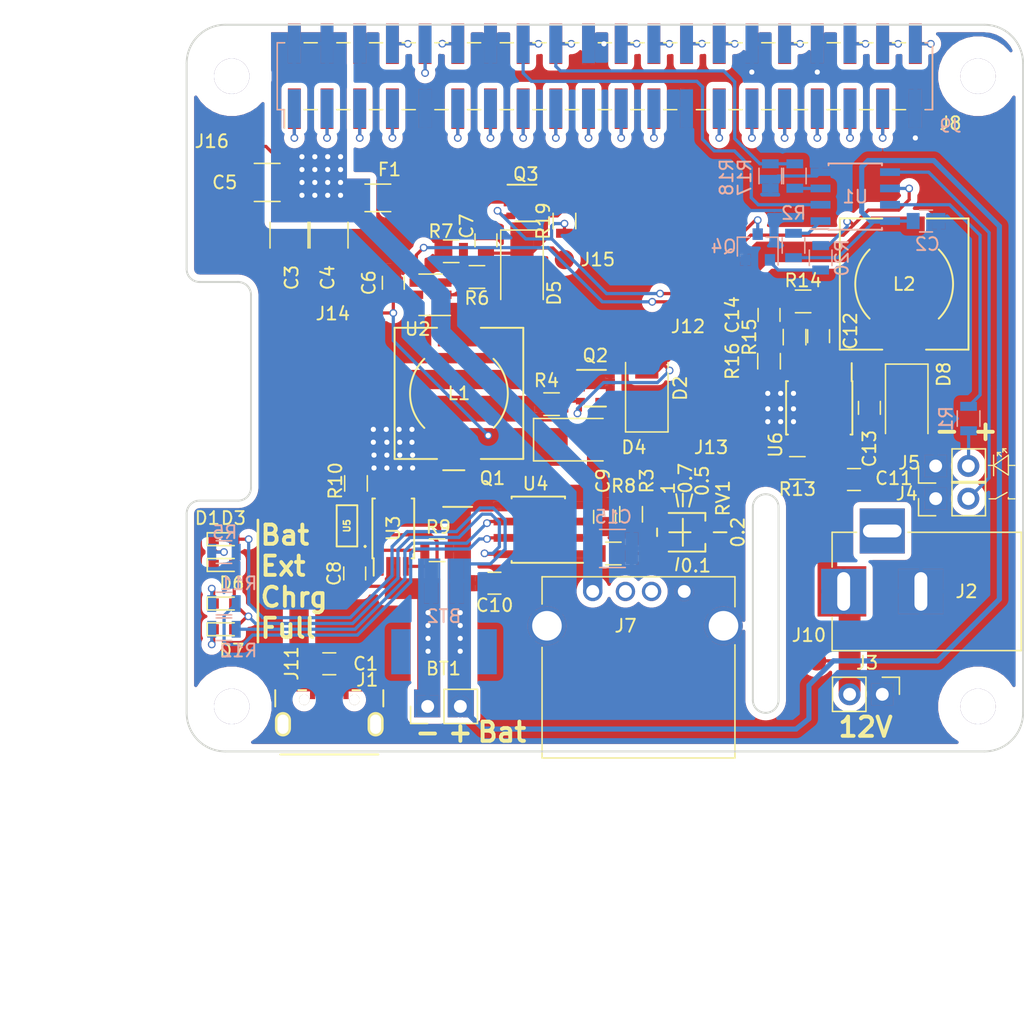
<source format=kicad_pcb>
(kicad_pcb (version 20171130) (host pcbnew "(5.1.2-1)-1")
  (layers (0 F.Cu signal) (31 B.Cu signal) (34 B.Paste user) (35 F.Paste user) (36 B.SilkS user) (37 F.SilkS user) (38 B.Mask user) (39 F.Mask user) (44 Edge.Cuts user))
  (net 0 "")
  (net 1 MCVcc)
  (net 2 5Vusb)
  (net 3 GND)
  (net 4 Vout)
  (net 5 /Boost5V/Vin)
  (net 6 /Boost5V/5Vout)
  (net 7 "Net-(C8-Pad1)")
  (net 8 "/Battery Charge + Protection/Vchrg")
  (net 9 12Vin)
  (net 10 "Net-(C12-Pad1)")
  (net 11 "Net-(C12-Pad2)")
  (net 12 "Net-(C13-Pad1)")
  (net 13 "Net-(C13-Pad2)")
  (net 14 /Buck5V/5Vout)
  (net 15 "Net-(D1-Pad1)")
  (net 16 "Net-(D5-Pad2)")
  (net 17 "Net-(D6-Pad1)")
  (net 18 "Net-(D7-Pad1)")
  (net 19 "Net-(F1-Pad2)")
  (net 20 B)
  (net 21 "Net-(J5-Pad2)")
  (net 22 RST)
  (net 23 LED)
  (net 24 Ctrl)
  (net 25 "Net-(J8-Pad1)")
  (net 26 "Net-(J8-Pad3)")
  (net 27 "Net-(J8-Pad5)")
  (net 28 "Net-(J8-Pad7)")
  (net 29 "Net-(J8-Pad8)")
  (net 30 "Net-(J8-Pad10)")
  (net 31 "Net-(J8-Pad11)")
  (net 32 "Net-(J8-Pad12)")
  (net 33 "Net-(J8-Pad13)")
  (net 34 "Net-(J8-Pad15)")
  (net 35 PIon)
  (net 36 "Net-(J8-Pad17)")
  (net 37 "Net-(J8-Pad18)")
  (net 38 "Net-(J8-Pad19)")
  (net 39 "Net-(J8-Pad21)")
  (net 40 "Net-(J8-Pad22)")
  (net 41 "Net-(J8-Pad23)")
  (net 42 "Net-(J8-Pad24)")
  (net 43 "Net-(J8-Pad26)")
  (net 44 "Net-(J8-Pad27)")
  (net 45 "Net-(J8-Pad28)")
  (net 46 "Net-(J8-Pad29)")
  (net 47 "Net-(J8-Pad31)")
  (net 48 "Net-(J8-Pad32)")
  (net 49 "Net-(J8-Pad33)")
  (net 50 "Net-(J8-Pad35)")
  (net 51 "Net-(J8-Pad36)")
  (net 52 "Net-(J8-Pad37)")
  (net 53 "Net-(J8-Pad38)")
  (net 54 "Net-(J8-Pad40)")
  (net 55 "Net-(R6-Pad2)")
  (net 56 "Net-(R8-Pad1)")
  (net 57 "Net-(R8-Pad2)")
  (net 58 "Net-(R10-Pad2)")
  (net 59 "Net-(R11-Pad2)")
  (net 60 "Net-(R12-Pad2)")
  (net 61 "Net-(R13-Pad1)")
  (net 62 "Net-(R15-Pad1)")
  (net 63 PIctrl)
  (net 64 "Net-(U3-Pad4)")
  (net 65 "Net-(U3-Pad5)")
  (net 66 "Net-(BT1-Pad1)")
  (net 67 "Net-(Q3-Pad3)")
  (net 68 "Net-(Q4-Pad1)")
  (net 69 "Net-(J1-Pad2)")
  (net 70 "Net-(J1-Pad3)")
  (net 71 "Net-(J1-Pad4)")
  (net 72 "Net-(J7-Pad3)")
  (net 73 "Net-(J7-Pad2)")
  (net 74 "Net-(U3-Pad1)")
  (net 75 "Net-(U3-Pad8)")
  (net 76 "Net-(U5-Pad4)")
  (net 77 "Net-(U6-Pad2)")
  (module Resistors_SMD:R_0805 (layer F.Cu) (at 29.36 15.26 90)
    (fp_text reference R19 (at 0 -1.65 90) (layer F.SilkS))
    (fp_text value 10k)
    (pad 1 smd rect (at -0.95 0 90) (size 0.7 1.3) (layers F.Cu F.Paste F.Mask) (net 67 "Net-(Q3-Pad3)"))
    (pad 2 smd rect (at 0.95 0 90) (size 0.7 1.3) (layers F.Cu F.Paste F.Mask) (net 6 /Boost5V/5Vout))
  )
  (module Pin_Headers:Pin_Header_Straight_2x20_Pitch2.54mm_SMD (layer F.Cu) (at 32.5 4 90)
    (fp_text reference J8 (at -3.66 26.86 180) (layer F.SilkS))
    (fp_text value Raspberry_Pi_2_3)
    (pad 1 smd rect (at -2.525 -24.13 90) (size 3.15 1) (layers F.Cu F.Paste F.Mask) (net 25 "Net-(J8-Pad1)"))
    (pad 2 smd rect (at 2.525 -24.13 90) (size 3.15 1) (layers F.Cu F.Paste F.Mask) (net 4 Vout))
    (pad 3 smd rect (at -2.525 -21.59 90) (size 3.15 1) (layers F.Cu F.Paste F.Mask) (net 26 "Net-(J8-Pad3)"))
    (pad 4 smd rect (at 2.525 -21.59 90) (size 3.15 1) (layers F.Cu F.Paste F.Mask) (net 4 Vout))
    (pad 5 smd rect (at -2.525 -19.05 90) (size 3.15 1) (layers F.Cu F.Paste F.Mask) (net 27 "Net-(J8-Pad5)"))
    (pad 6 smd rect (at 2.525 -19.05 90) (size 3.15 1) (layers F.Cu F.Paste F.Mask) (net 3 GND))
    (pad 7 smd rect (at -2.525 -16.51 90) (size 3.15 1) (layers F.Cu F.Paste F.Mask) (net 28 "Net-(J8-Pad7)"))
    (pad 8 smd rect (at 2.525 -16.51 90) (size 3.15 1) (layers F.Cu F.Paste F.Mask) (net 29 "Net-(J8-Pad8)"))
    (pad 9 smd rect (at -2.525 -13.97 90) (size 3.15 1) (layers F.Cu F.Paste F.Mask) (net 3 GND))
    (pad 10 smd rect (at 2.525 -13.97 90) (size 3.15 1) (layers F.Cu F.Paste F.Mask) (net 30 "Net-(J8-Pad10)"))
    (pad 11 smd rect (at -2.525 -11.43 90) (size 3.15 1) (layers F.Cu F.Paste F.Mask) (net 31 "Net-(J8-Pad11)"))
    (pad 12 smd rect (at 2.525 -11.43 90) (size 3.15 1) (layers F.Cu F.Paste F.Mask) (net 32 "Net-(J8-Pad12)"))
    (pad 13 smd rect (at -2.525 -8.89 90) (size 3.15 1) (layers F.Cu F.Paste F.Mask) (net 33 "Net-(J8-Pad13)"))
    (pad 14 smd rect (at 2.525 -8.89 90) (size 3.15 1) (layers F.Cu F.Paste F.Mask) (net 3 GND))
    (pad 15 smd rect (at -2.525 -6.35 90) (size 3.15 1) (layers F.Cu F.Paste F.Mask) (net 34 "Net-(J8-Pad15)"))
    (pad 16 smd rect (at 2.525 -6.35 90) (size 3.15 1) (layers F.Cu F.Paste F.Mask) (net 35 PIon))
    (pad 17 smd rect (at -2.525 -3.81 90) (size 3.15 1) (layers F.Cu F.Paste F.Mask) (net 36 "Net-(J8-Pad17)"))
    (pad 18 smd rect (at 2.525 -3.81 90) (size 3.15 1) (layers F.Cu F.Paste F.Mask) (net 37 "Net-(J8-Pad18)"))
    (pad 19 smd rect (at -2.525 -1.27 90) (size 3.15 1) (layers F.Cu F.Paste F.Mask) (net 38 "Net-(J8-Pad19)"))
    (pad 20 smd rect (at 2.525 -1.27 90) (size 3.15 1) (layers F.Cu F.Paste F.Mask) (net 3 GND))
    (pad 21 smd rect (at -2.525 1.27 90) (size 3.15 1) (layers F.Cu F.Paste F.Mask) (net 39 "Net-(J8-Pad21)"))
    (pad 22 smd rect (at 2.525 1.27 90) (size 3.15 1) (layers F.Cu F.Paste F.Mask) (net 40 "Net-(J8-Pad22)"))
    (pad 23 smd rect (at -2.525 3.81 90) (size 3.15 1) (layers F.Cu F.Paste F.Mask) (net 41 "Net-(J8-Pad23)"))
    (pad 24 smd rect (at 2.525 3.81 90) (size 3.15 1) (layers F.Cu F.Paste F.Mask) (net 42 "Net-(J8-Pad24)"))
    (pad 25 smd rect (at -2.525 6.35 90) (size 3.15 1) (layers F.Cu F.Paste F.Mask) (net 3 GND))
    (pad 26 smd rect (at 2.525 6.35 90) (size 3.15 1) (layers F.Cu F.Paste F.Mask) (net 43 "Net-(J8-Pad26)"))
    (pad 27 smd rect (at -2.525 8.89 90) (size 3.15 1) (layers F.Cu F.Paste F.Mask) (net 44 "Net-(J8-Pad27)"))
    (pad 28 smd rect (at 2.525 8.89 90) (size 3.15 1) (layers F.Cu F.Paste F.Mask) (net 45 "Net-(J8-Pad28)"))
    (pad 29 smd rect (at -2.525 11.43 90) (size 3.15 1) (layers F.Cu F.Paste F.Mask) (net 46 "Net-(J8-Pad29)"))
    (pad 30 smd rect (at 2.525 11.43 90) (size 3.15 1) (layers F.Cu F.Paste F.Mask) (net 3 GND))
    (pad 31 smd rect (at -2.525 13.97 90) (size 3.15 1) (layers F.Cu F.Paste F.Mask) (net 47 "Net-(J8-Pad31)"))
    (pad 32 smd rect (at 2.525 13.97 90) (size 3.15 1) (layers F.Cu F.Paste F.Mask) (net 48 "Net-(J8-Pad32)"))
    (pad 33 smd rect (at -2.525 16.51 90) (size 3.15 1) (layers F.Cu F.Paste F.Mask) (net 49 "Net-(J8-Pad33)"))
    (pad 34 smd rect (at 2.525 16.51 90) (size 3.15 1) (layers F.Cu F.Paste F.Mask) (net 3 GND))
    (pad 35 smd rect (at -2.525 19.05 90) (size 3.15 1) (layers F.Cu F.Paste F.Mask) (net 50 "Net-(J8-Pad35)"))
    (pad 36 smd rect (at 2.525 19.05 90) (size 3.15 1) (layers F.Cu F.Paste F.Mask) (net 51 "Net-(J8-Pad36)"))
    (pad 37 smd rect (at -2.525 21.59 90) (size 3.15 1) (layers F.Cu F.Paste F.Mask) (net 52 "Net-(J8-Pad37)"))
    (pad 38 smd rect (at 2.525 21.59 90) (size 3.15 1) (layers F.Cu F.Paste F.Mask) (net 53 "Net-(J8-Pad38)"))
    (pad 39 smd rect (at -2.525 24.13 90) (size 3.15 1) (layers F.Cu F.Paste F.Mask) (net 3 GND))
    (pad 40 smd rect (at 2.525 24.13 90) (size 3.15 1) (layers F.Cu F.Paste F.Mask) (net 54 "Net-(J8-Pad40)"))
  )
  (module Socket_Strips:Socket_Strip_Straight_2x20_Pitch2.54mm_SMD (layer B.Cu) (at 32.5 4 270)
    (fp_text reference J9 (at 3.86 -26.86) (layer B.SilkS) (effects (justify mirror)))
    (fp_text value Raspberry_Pi_2_3)
    (pad 1 smd rect (at 2.52 24.13 270) (size 3 1) (layers B.Cu B.Paste B.Mask) (net 25 "Net-(J8-Pad1)"))
    (pad 2 smd rect (at -2.52 24.13 270) (size 3 1) (layers B.Cu B.Paste B.Mask) (net 4 Vout))
    (pad 3 smd rect (at 2.52 21.59 270) (size 3 1) (layers B.Cu B.Paste B.Mask) (net 26 "Net-(J8-Pad3)"))
    (pad 4 smd rect (at -2.52 21.59 270) (size 3 1) (layers B.Cu B.Paste B.Mask) (net 4 Vout))
    (pad 5 smd rect (at 2.52 19.05 270) (size 3 1) (layers B.Cu B.Paste B.Mask) (net 27 "Net-(J8-Pad5)"))
    (pad 6 smd rect (at -2.52 19.05 270) (size 3 1) (layers B.Cu B.Paste B.Mask) (net 3 GND))
    (pad 7 smd rect (at 2.52 16.51 270) (size 3 1) (layers B.Cu B.Paste B.Mask) (net 28 "Net-(J8-Pad7)"))
    (pad 8 smd rect (at -2.52 16.51 270) (size 3 1) (layers B.Cu B.Paste B.Mask) (net 29 "Net-(J8-Pad8)"))
    (pad 9 smd rect (at 2.52 13.97 270) (size 3 1) (layers B.Cu B.Paste B.Mask) (net 3 GND))
    (pad 10 smd rect (at -2.52 13.97 270) (size 3 1) (layers B.Cu B.Paste B.Mask) (net 30 "Net-(J8-Pad10)"))
    (pad 11 smd rect (at 2.52 11.43 270) (size 3 1) (layers B.Cu B.Paste B.Mask) (net 31 "Net-(J8-Pad11)"))
    (pad 12 smd rect (at -2.52 11.43 270) (size 3 1) (layers B.Cu B.Paste B.Mask) (net 32 "Net-(J8-Pad12)"))
    (pad 13 smd rect (at 2.52 8.89 270) (size 3 1) (layers B.Cu B.Paste B.Mask) (net 33 "Net-(J8-Pad13)"))
    (pad 14 smd rect (at -2.52 8.89 270) (size 3 1) (layers B.Cu B.Paste B.Mask) (net 3 GND))
    (pad 15 smd rect (at 2.52 6.35 270) (size 3 1) (layers B.Cu B.Paste B.Mask) (net 34 "Net-(J8-Pad15)"))
    (pad 16 smd rect (at -2.52 6.35 270) (size 3 1) (layers B.Cu B.Paste B.Mask) (net 35 PIon))
    (pad 17 smd rect (at 2.52 3.81 270) (size 3 1) (layers B.Cu B.Paste B.Mask) (net 36 "Net-(J8-Pad17)"))
    (pad 18 smd rect (at -2.52 3.81 270) (size 3 1) (layers B.Cu B.Paste B.Mask) (net 37 "Net-(J8-Pad18)"))
    (pad 19 smd rect (at 2.52 1.27 270) (size 3 1) (layers B.Cu B.Paste B.Mask) (net 38 "Net-(J8-Pad19)"))
    (pad 20 smd rect (at -2.52 1.27 270) (size 3 1) (layers B.Cu B.Paste B.Mask) (net 3 GND))
    (pad 21 smd rect (at 2.52 -1.27 270) (size 3 1) (layers B.Cu B.Paste B.Mask) (net 39 "Net-(J8-Pad21)"))
    (pad 22 smd rect (at -2.52 -1.27 270) (size 3 1) (layers B.Cu B.Paste B.Mask) (net 40 "Net-(J8-Pad22)"))
    (pad 23 smd rect (at 2.52 -3.81 270) (size 3 1) (layers B.Cu B.Paste B.Mask) (net 41 "Net-(J8-Pad23)"))
    (pad 24 smd rect (at -2.52 -3.81 270) (size 3 1) (layers B.Cu B.Paste B.Mask) (net 42 "Net-(J8-Pad24)"))
    (pad 25 smd rect (at 2.52 -6.35 270) (size 3 1) (layers B.Cu B.Paste B.Mask) (net 3 GND))
    (pad 26 smd rect (at -2.52 -6.35 270) (size 3 1) (layers B.Cu B.Paste B.Mask) (net 43 "Net-(J8-Pad26)"))
    (pad 27 smd rect (at 2.52 -8.89 270) (size 3 1) (layers B.Cu B.Paste B.Mask) (net 44 "Net-(J8-Pad27)"))
    (pad 28 smd rect (at -2.52 -8.89 270) (size 3 1) (layers B.Cu B.Paste B.Mask) (net 45 "Net-(J8-Pad28)"))
    (pad 29 smd rect (at 2.52 -11.43 270) (size 3 1) (layers B.Cu B.Paste B.Mask) (net 46 "Net-(J8-Pad29)"))
    (pad 30 smd rect (at -2.52 -11.43 270) (size 3 1) (layers B.Cu B.Paste B.Mask) (net 3 GND))
    (pad 31 smd rect (at 2.52 -13.97 270) (size 3 1) (layers B.Cu B.Paste B.Mask) (net 47 "Net-(J8-Pad31)"))
    (pad 32 smd rect (at -2.52 -13.97 270) (size 3 1) (layers B.Cu B.Paste B.Mask) (net 48 "Net-(J8-Pad32)"))
    (pad 33 smd rect (at 2.52 -16.51 270) (size 3 1) (layers B.Cu B.Paste B.Mask) (net 49 "Net-(J8-Pad33)"))
    (pad 34 smd rect (at -2.52 -16.51 270) (size 3 1) (layers B.Cu B.Paste B.Mask) (net 3 GND))
    (pad 35 smd rect (at 2.52 -19.05 270) (size 3 1) (layers B.Cu B.Paste B.Mask) (net 50 "Net-(J8-Pad35)"))
    (pad 36 smd rect (at -2.52 -19.05 270) (size 3 1) (layers B.Cu B.Paste B.Mask) (net 51 "Net-(J8-Pad36)"))
    (pad 37 smd rect (at 2.52 -21.59 270) (size 3 1) (layers B.Cu B.Paste B.Mask) (net 52 "Net-(J8-Pad37)"))
    (pad 38 smd rect (at -2.52 -21.59 270) (size 3 1) (layers B.Cu B.Paste B.Mask) (net 53 "Net-(J8-Pad38)"))
    (pad 39 smd rect (at 2.52 -24.13 270) (size 3 1) (layers B.Cu B.Paste B.Mask) (net 3 GND))
    (pad 40 smd rect (at -2.52 -24.13 270) (size 3 1) (layers B.Cu B.Paste B.Mask) (net 54 "Net-(J8-Pad40)"))
  )
  (module nodetech_custom:smd_pad (layer F.Cu) (at 61.5 53)
    (fp_text reference "" (at -17.78 24.13) (layer F.SilkS))
    (fp_text value "")
    (pad "" thru_hole circle (at 0 0) (size 2.75 2.75) (drill 2.75) (layers *.Cu *.Mask) (clearance 1.725))
  )
  (module nodetech_custom:smd_pad (layer F.Cu) (at 61.5 4)
    (fp_text reference "" (at -17.78 24.13) (layer F.SilkS))
    (fp_text value "")
    (pad "" thru_hole circle (at 0 0) (size 2.75 2.75) (drill 2.75) (layers *.Cu *.Mask) (clearance 1.725))
  )
  (module nodetech_custom:smd_pad (layer F.Cu) (at 3.5 4)
    (fp_text reference "" (at -17.78 24.13) (layer F.SilkS))
    (fp_text value "")
    (pad "" thru_hole circle (at 0 0) (size 2.75 2.75) (drill 2.75) (layers *.Cu *.Mask) (clearance 1.725))
  )
  (module nodetech_custom:smd_pad (layer F.Cu) (at 3.5 53)
    (fp_text reference "" (at -17.78 24.13) (layer F.SilkS))
    (fp_text value "")
    (pad "" thru_hole circle (at 0 0) (size 2.75 2.75) (drill 2.75) (layers *.Cu *.Mask) (clearance 1.725))
  )
  (module nodetech_custom:conn_jst_2 (layer B.Cu) (at 20 46)
    (fp_text reference BT2 (at -0.01 -0.015) (layer B.SilkS) (effects (justify mirror)))
    (fp_text value Battery_Cell_THT)
    (pad 3 smd rect (at -3.35 2.75) (size 1.5 3.5) (layers B.Cu B.Paste B.Mask))
    (pad 3 smd rect (at 3.35 2.75) (size 1.5 3.5) (layers B.Cu B.Paste B.Mask))
    (pad 2 smd rect (at 1 -2.75) (size 1.1 3.5) (layers B.Cu B.Paste B.Mask) (net 1 MCVcc))
    (pad 1 smd rect (at -1 -2.75) (size 1.1 3.5) (layers B.Cu B.Paste B.Mask) (net 66 "Net-(BT1-Pad1)"))
  )
  (module Capacitors_SMD:C_0805 (layer F.Cu) (at 11.085 49.685)
    (fp_text reference C1 (at 2.825 0) (layer F.SilkS))
    (fp_text value 10µF)
    (pad 1 smd rect (at -1 0) (size 1 1.25) (layers F.Cu F.Paste F.Mask) (net 2 5Vusb))
    (pad 2 smd rect (at 1 0) (size 1 1.25) (layers F.Cu F.Paste F.Mask) (net 3 GND))
  )
  (module Capacitors_SMD:C_0805 (layer B.Cu) (at 57.46 15.26)
    (fp_text reference C2 (at 0.1 1.8) (layer B.SilkS) (effects (justify mirror)))
    (fp_text value 10µF)
    (pad 1 smd rect (at -1 0) (size 1 1.25) (layers B.Cu B.Paste B.Mask) (net 1 MCVcc))
    (pad 2 smd rect (at 1 0) (size 1 1.25) (layers B.Cu B.Paste B.Mask) (net 3 GND))
  )
  (module Capacitors_SMD:C_1210 (layer F.Cu) (at 7.96 16.36 270)
    (fp_text reference C3 (at 3.3 -0.2 270) (layer F.SilkS))
    (fp_text value 100µF)
    (pad 1 smd rect (at -1.5 0 270) (size 1 2.5) (layers F.Cu F.Paste F.Mask) (net 4 Vout))
    (pad 2 smd rect (at 1.5 0 270) (size 1 2.5) (layers F.Cu F.Paste F.Mask) (net 3 GND))
  )
  (module Capacitors_SMD:C_1210 (layer F.Cu) (at 11.06 16.36 270)
    (fp_text reference C4 (at 3.3 0.1 270) (layer F.SilkS))
    (fp_text value 100µF)
    (pad 1 smd rect (at -1.5 0 270) (size 1 2.5) (layers F.Cu F.Paste F.Mask) (net 4 Vout))
    (pad 2 smd rect (at 1.5 0 270) (size 1 2.5) (layers F.Cu F.Paste F.Mask) (net 3 GND))
  )
  (module Capacitors_SMD:C_1210 (layer F.Cu) (at 6.26 12.26 180)
    (fp_text reference C5 (at 3.3 0 180) (layer F.SilkS))
    (fp_text value 100µF)
    (pad 1 smd rect (at -1.5 0 180) (size 1 2.5) (layers F.Cu F.Paste F.Mask) (net 4 Vout))
    (pad 2 smd rect (at 1.5 0 180) (size 1 2.5) (layers F.Cu F.Paste F.Mask) (net 3 GND))
  )
  (module Capacitors_SMD:C_0805 (layer F.Cu) (at 16.06 20.06 90)
    (fp_text reference C6 (at 0 -1.9 90) (layer F.SilkS))
    (fp_text value 10µF)
    (pad 1 smd rect (at -1 0 90) (size 1 1.25) (layers F.Cu F.Paste F.Mask) (net 5 /Boost5V/Vin))
    (pad 2 smd rect (at 1 0 90) (size 1 1.25) (layers F.Cu F.Paste F.Mask) (net 3 GND))
  )
  (module Capacitors_SMD:C_0805 (layer F.Cu) (at 23.26 16.76 90)
    (fp_text reference C7 (at 1.1 -1.5 90) (layer F.SilkS))
    (fp_text value 10µF)
    (pad 1 smd rect (at -1 0 90) (size 1 1.25) (layers F.Cu F.Paste F.Mask) (net 6 /Boost5V/5Vout))
    (pad 2 smd rect (at 1 0 90) (size 1 1.25) (layers F.Cu F.Paste F.Mask) (net 3 GND))
  )
  (module Capacitors_SMD:C_0805 (layer F.Cu) (at 13.06 42.66 270)
    (fp_text reference C8 (at 0 1.6 270) (layer F.SilkS))
    (fp_text value 0.1µF)
    (pad 1 smd rect (at -1 0 270) (size 1 1.25) (layers F.Cu F.Paste F.Mask) (net 7 "Net-(C8-Pad1)"))
    (pad 2 smd rect (at 1 0 270) (size 1 1.25) (layers F.Cu F.Paste F.Mask) (net 66 "Net-(BT1-Pad1)"))
  )
  (module Capacitors_SMD:C_0805 (layer F.Cu) (at 32.48 38.26 270)
    (fp_text reference C9 (at -2.8 0.12 270) (layer F.SilkS))
    (fp_text value 0.1µF)
    (pad 1 smd rect (at -1 0 270) (size 1 1.25) (layers F.Cu F.Paste F.Mask) (net 8 "/Battery Charge + Protection/Vchrg"))
    (pad 2 smd rect (at 1 0 270) (size 1 1.25) (layers F.Cu F.Paste F.Mask) (net 3 GND))
  )
  (module Capacitors_SMD:C_0805 (layer F.Cu) (at 23.92 43.42)
    (fp_text reference C10 (at 0.015 1.715) (layer F.SilkS))
    (fp_text value 0.1µF)
    (pad 1 smd rect (at -1 0) (size 1 1.25) (layers F.Cu F.Paste F.Mask) (net 1 MCVcc))
    (pad 2 smd rect (at 1 0) (size 1 1.25) (layers F.Cu F.Paste F.Mask) (net 3 GND))
  )
  (module Capacitors_SMD:C_0805 (layer F.Cu) (at 51.86 35.36)
    (fp_text reference C11 (at 3.1 -0.1) (layer F.SilkS))
    (fp_text value 10µF)
    (pad 1 smd rect (at -1 0) (size 1 1.25) (layers F.Cu F.Paste F.Mask) (net 9 12Vin))
    (pad 2 smd rect (at 1 0) (size 1 1.25) (layers F.Cu F.Paste F.Mask) (net 3 GND))
  )
  (module Capacitors_SMD:C_0805 (layer F.Cu) (at 49.11 24.21 90)
    (fp_text reference C12 (at 0.4 2.475 90) (layer F.SilkS))
    (fp_text value 150pF)
    (pad 1 smd rect (at -1 0 90) (size 1 1.25) (layers F.Cu F.Paste F.Mask) (net 10 "Net-(C12-Pad1)"))
    (pad 2 smd rect (at 1 0 90) (size 1 1.25) (layers F.Cu F.Paste F.Mask) (net 11 "Net-(C12-Pad2)"))
  )
  (module Capacitors_SMD:C_0805 (layer F.Cu) (at 53.06 29.786 90)
    (fp_text reference C13 (at -3.174 0 90) (layer F.SilkS))
    (fp_text value 100nF)
    (pad 1 smd rect (at -1 0 90) (size 1 1.25) (layers F.Cu F.Paste F.Mask) (net 12 "Net-(C13-Pad1)"))
    (pad 2 smd rect (at 1 0 90) (size 1 1.25) (layers F.Cu F.Paste F.Mask) (net 13 "Net-(C13-Pad2)"))
  )
  (module Capacitors_SMD:C_0805 (layer F.Cu) (at 45.26 22.56 270)
    (fp_text reference C14 (at 0 2.85 270) (layer F.SilkS))
    (fp_text value 22µF)
    (pad 1 smd rect (at -1 0 270) (size 1 1.25) (layers F.Cu F.Paste F.Mask) (net 3 GND))
    (pad 2 smd rect (at 1 0 270) (size 1 1.25) (layers F.Cu F.Paste F.Mask) (net 14 /Buck5V/5Vout))
  )
  (module LEDs:LED_0603 (layer F.Cu) (at 2.9 40)
    (fp_text reference D1 (at -1.29 -1.64) (layer F.SilkS))
    (fp_text value "LED Red")
    (pad 2 smd rect (at 0.8 0 180) (size 0.8 0.8) (layers F.Cu F.Paste F.Mask) (net 1 MCVcc))
    (pad 1 smd rect (at -0.8 0 180) (size 0.8 0.8) (layers F.Cu F.Paste F.Mask) (net 15 "Net-(D1-Pad1)"))
  )
  (module LEDs:LED_0603 (layer F.Cu) (at 2.9 42)
    (fp_text reference D3 (at 0.735 -3.64) (layer F.SilkS))
    (fp_text value "LED Green")
    (pad 2 smd rect (at 0.8 0 180) (size 0.8 0.8) (layers F.Cu F.Paste F.Mask) (net 8 "/Battery Charge + Protection/Vchrg"))
    (pad 1 smd rect (at -0.8 0 180) (size 0.8 0.8) (layers F.Cu F.Paste F.Mask) (net 15 "Net-(D1-Pad1)"))
  )
  (module LEDs:LED_0603 (layer F.Cu) (at 2.9 45)
    (fp_text reference D6 (at 0.61 -1.565) (layer F.SilkS))
    (fp_text value "LED Blue")
    (pad 2 smd rect (at 0.8 0 180) (size 0.8 0.8) (layers F.Cu F.Paste F.Mask) (net 8 "/Battery Charge + Protection/Vchrg"))
    (pad 1 smd rect (at -0.8 0 180) (size 0.8 0.8) (layers F.Cu F.Paste F.Mask) (net 17 "Net-(D6-Pad1)"))
  )
  (module LEDs:LED_0603 (layer F.Cu) (at 2.9 47)
    (fp_text reference D7 (at 0.61 1.66) (layer F.SilkS))
    (fp_text value "LED Green")
    (pad 2 smd rect (at 0.8 0 180) (size 0.8 0.8) (layers F.Cu F.Paste F.Mask) (net 8 "/Battery Charge + Protection/Vchrg"))
    (pad 1 smd rect (at -0.8 0 180) (size 0.8 0.8) (layers F.Cu F.Paste F.Mask) (net 18 "Net-(D7-Pad1)"))
  )
  (module Fuse_Holders_and_Fuses:Fuse_SMD1206_Reflow (layer F.Cu) (at 14.86 13.46)
    (fp_text reference F1 (at 0.9 -2.2) (layer F.SilkS))
    (fp_text value NANOSMD400LR-C-2)
    (pad 1 smd rect (at -1.2 0 90) (size 2.03 1.14) (layers F.Cu F.Paste F.Mask) (net 4 Vout))
    (pad 2 smd rect (at 1.2 0 90) (size 2.03 1.14) (layers F.Cu F.Paste F.Mask) (net 19 "Net-(F1-Pad2)"))
  )
  (module nodetech_custom:usb_micro_smd2 (layer F.Cu) (at 11.085 51.735)
    (fp_text reference J1 (at 2.95 -0.8) (layer F.SilkS))
    (fp_text value USB_OTG)
    (pad 6 thru_hole oval (at -3.6 2.65) (size 1.25 1.9) (drill oval 0.85 1.5) (layers *.Cu *.Mask F.SilkS) (net 3 GND))
    (pad 7 thru_hole circle (at -1.95 0.75) (size 0.8 0.8) (drill 0.8) (layers *.Cu *.Mask F.SilkS))
    (pad 1 smd rect (at -1.3 0) (size 0.4 1.4) (layers F.Cu F.Paste F.Mask) (net 2 5Vusb))
    (pad 2 smd rect (at -0.65 0) (size 0.4 1.4) (layers F.Cu F.Paste F.Mask) (net 69 "Net-(J1-Pad2)"))
    (pad 3 smd rect (at 0 0) (size 0.4 1.4) (layers F.Cu F.Paste F.Mask) (net 70 "Net-(J1-Pad3)"))
    (pad 4 smd rect (at 0.65 0) (size 0.4 1.4) (layers F.Cu F.Paste F.Mask) (net 71 "Net-(J1-Pad4)"))
    (pad 5 smd rect (at 1.3 0) (size 0.4 1.4) (layers F.Cu F.Paste F.Mask) (net 3 GND))
    (pad 6 thru_hole oval (at 3.6 2.65) (size 1.25 1.9) (drill oval 0.85 1.5) (layers *.Cu *.Mask F.SilkS) (net 3 GND))
    (pad 7 thru_hole circle (at 1.95 0.75) (size 0.8 0.8) (drill 0.8) (layers *.Cu *.Mask F.SilkS))
    (pad 6 smd rect (at 0 3) (size 3.9 1.5) (layers F.Cu F.Paste F.Mask) (net 3 GND))
  )
  (module Connectors:BARREL_JACK (layer F.Cu) (at 51.06 44.06 180)
    (fp_text reference J2 (at -9.55 0) (layer F.SilkS))
    (fp_text value Barrel_Jack)
    (pad 1 thru_hole rect (at 0 0 180) (size 3.5 3.5) (drill oval 1 3) (layers *.Cu *.Mask) (net 9 12Vin))
    (pad 2 thru_hole rect (at -6 0 180) (size 3.5 3.5) (drill oval 1 3) (layers *.Cu *.Mask) (net 3 GND))
    (pad 3 thru_hole rect (at -3 4.7 180) (size 3.5 3.5) (drill oval 3 1) (layers *.Cu *.Mask))
  )
  (module Socket_Strips:Socket_Strip_Straight_1x02_Pitch2.54mm (layer F.Cu) (at 54.06 52.06 270)
    (fp_text reference J3 (at -2.45 1.175) (layer F.SilkS))
    (fp_text value CONN_01X02)
    (pad 1 thru_hole rect (at 0 0 270) (size 1.7 1.7) (drill 1) (layers *.Cu *.Mask) (net 3 GND))
    (pad 2 thru_hole oval (at 0 2.54 270) (size 1.7 1.7) (drill 1) (layers *.Cu *.Mask) (net 9 12Vin))
  )
  (module Socket_Strips:Socket_Strip_Straight_1x02_Pitch2.54mm (layer F.Cu) (at 58.209 36.845 90)
    (fp_text reference J4 (at 0.385 -2.249 180) (layer F.SilkS))
    (fp_text value CONN_01X02)
    (pad 1 thru_hole rect (at 0 0 90) (size 1.7 1.7) (drill 1) (layers *.Cu *.Mask) (net 3 GND))
    (pad 2 thru_hole oval (at 0 2.54 90) (size 1.7 1.7) (drill 1) (layers *.Cu *.Mask) (net 20 B))
  )
  (module Socket_Strips:Socket_Strip_Straight_1x02_Pitch2.54mm (layer F.Cu) (at 58.209 34.305 90)
    (fp_text reference J5 (at 0.245 -2.049 180) (layer F.SilkS))
    (fp_text value CONN_01X02)
    (pad 1 thru_hole rect (at 0 0 90) (size 1.7 1.7) (drill 1) (layers *.Cu *.Mask) (net 3 GND))
    (pad 2 thru_hole oval (at 0 2.54 90) (size 1.7 1.7) (drill 1) (layers *.Cu *.Mask) (net 21 "Net-(J5-Pad2)"))
  )
  (module Connectors:USB_A (layer F.Cu) (at 31.56 44.06)
    (fp_text reference J7 (at 2.55 2.675) (layer F.SilkS))
    (fp_text value USB_A)
    (pad 4 thru_hole circle (at 7.11 0 270) (size 1.5 1.5) (drill 1) (layers *.Cu *.Mask) (net 3 GND))
    (pad 3 thru_hole circle (at 4.57 0 270) (size 1.5 1.5) (drill 1) (layers *.Cu *.Mask) (net 72 "Net-(J7-Pad3)"))
    (pad 2 thru_hole circle (at 2.54 0 270) (size 1.5 1.5) (drill 1) (layers *.Cu *.Mask) (net 73 "Net-(J7-Pad2)"))
    (pad 1 thru_hole circle (at 0 0 270) (size 1.5 1.5) (drill 1) (layers *.Cu *.Mask) (net 4 Vout))
    (pad 5 thru_hole circle (at 10.16 2.67 270) (size 3 3) (drill 2.3) (layers *.Cu *.Mask) (net 3 GND))
    (pad 5 thru_hole circle (at -3.56 2.67 270) (size 3 3) (drill 2.3) (layers *.Cu *.Mask) (net 3 GND))
  )
  (module nodetech_custom:CDRH10RT_footprint (layer F.Cu) (at 21.16 28.66 90)
    (fp_text reference L1)
    (fp_text value "4.7µH - CDRH104R")
    (fp_text user L1 (at 0 0 180) (layer F.SilkS))
    (pad 1 smd rect (at -4.45 0 180) (size 3.2 1.6) (layers F.Cu F.Paste F.Mask) (net 5 /Boost5V/Vin))
    (pad 2 smd rect (at 4.45 0 180) (size 3.2 1.6) (layers F.Cu F.Paste F.Mask) (net 16 "Net-(D5-Pad2)"))
  )
  (module nodetech_custom:CDRH10RT_footprint (layer F.Cu) (at 55.76 20.16 90)
    (fp_text reference L2)
    (fp_text value 4.7µH)
    (fp_text user L2 (at 0 0 180) (layer F.SilkS))
    (pad 1 smd rect (at -4.45 0 180) (size 3.2 1.6) (layers F.Cu F.Paste F.Mask) (net 13 "Net-(C13-Pad2)"))
    (pad 2 smd rect (at 4.45 0 180) (size 3.2 1.6) (layers F.Cu F.Paste F.Mask) (net 14 /Buck5V/5Vout))
  )
  (module Resistors_SMD:R_0805 (layer B.Cu) (at 60.766 30.619 90)
    (fp_text reference R1 (at 0 -1.75 90) (layer B.SilkS) (effects (justify mirror)))
    (fp_text value 1k5)
    (pad 1 smd rect (at -0.95 0 90) (size 0.7 1.3) (layers B.Cu B.Paste B.Mask) (net 21 "Net-(J5-Pad2)"))
    (pad 2 smd rect (at 0.95 0 90) (size 0.7 1.3) (layers B.Cu B.Paste B.Mask) (net 23 LED))
  )
  (module Resistors_SMD:R_0805 (layer B.Cu) (at 47.16 17.16 270)
    (fp_text reference R2 (at -2.52 -0.01) (layer B.SilkS) (effects (justify mirror)))
    (fp_text value 10k)
    (pad 1 smd rect (at -0.95 0 270) (size 0.7 1.3) (layers B.Cu B.Paste B.Mask) (net 22 RST))
    (pad 2 smd rect (at 0.95 0 270) (size 0.7 1.3) (layers B.Cu B.Paste B.Mask) (net 1 MCVcc))
  )
  (module Resistors_SMD:R_0805 (layer F.Cu) (at 34.54 38.06 270)
    (fp_text reference R3 (at -2.6 -1.22 270) (layer F.SilkS))
    (fp_text value 10k)
    (pad 1 smd rect (at -0.95 0 270) (size 0.7 1.3) (layers F.Cu F.Paste F.Mask) (net 8 "/Battery Charge + Protection/Vchrg"))
    (pad 2 smd rect (at 0.95 0 270) (size 0.7 1.3) (layers F.Cu F.Paste F.Mask) (net 3 GND))
  )
  (module Resistors_SMD:R_0805 (layer F.Cu) (at 28.36 29.5 180)
    (fp_text reference R4 (at 0.4 1.84 180) (layer F.SilkS))
    (fp_text value 10k)
    (pad 1 smd rect (at -0.95 0 180) (size 0.7 1.3) (layers F.Cu F.Paste F.Mask) (net 14 /Buck5V/5Vout))
    (pad 2 smd rect (at 0.95 0 180) (size 0.7 1.3) (layers F.Cu F.Paste F.Mask) (net 3 GND))
  )
  (module Resistors_SMD:R_0805 (layer B.Cu) (at 2.9 41)
    (fp_text reference R5 (at 0.06 -1.54) (layer B.SilkS) (effects (justify mirror)))
    (fp_text value 1k)
    (pad 1 smd rect (at -0.95 0) (size 0.7 1.3) (layers B.Cu B.Paste B.Mask) (net 15 "Net-(D1-Pad1)"))
    (pad 2 smd rect (at 0.95 0) (size 0.7 1.3) (layers B.Cu B.Paste B.Mask) (net 3 GND))
  )
  (module Resistors_SMD:R_0805 (layer F.Cu) (at 22.56 19.61 180)
    (fp_text reference R6 (at 0 -1.65 180) (layer F.SilkS))
    (fp_text value 47k)
    (pad 1 smd rect (at -0.95 0 180) (size 0.7 1.3) (layers F.Cu F.Paste F.Mask) (net 6 /Boost5V/5Vout))
    (pad 2 smd rect (at 0.95 0 180) (size 0.7 1.3) (layers F.Cu F.Paste F.Mask) (net 55 "Net-(R6-Pad2)"))
  )
  (module Resistors_SMD:R_0805 (layer F.Cu) (at 20.56 17.61 180)
    (fp_text reference R7 (at 0.8 1.55 180) (layer F.SilkS))
    (fp_text value 6.2k)
    (pad 1 smd rect (at -0.95 0 180) (size 0.7 1.3) (layers F.Cu F.Paste F.Mask) (net 55 "Net-(R6-Pad2)"))
    (pad 2 smd rect (at 0.95 0 180) (size 0.7 1.3) (layers F.Cu F.Paste F.Mask) (net 3 GND))
  )
  (module Resistors_SMD:R_0805 (layer F.Cu) (at 33.16 41.11)
    (fp_text reference R8 (at 0.8 -5.25) (layer F.SilkS))
    (fp_text value 1k2)
    (pad 1 smd rect (at -0.95 0) (size 0.7 1.3) (layers F.Cu F.Paste F.Mask) (net 56 "Net-(R8-Pad1)"))
    (pad 2 smd rect (at 0.95 0) (size 0.7 1.3) (layers F.Cu F.Paste F.Mask) (net 57 "Net-(R8-Pad2)"))
  )
  (module Resistors_SMD:R_0805 (layer F.Cu) (at 19.46 40.86)
    (fp_text reference R9 (at 0.1 -1.8) (layer F.SilkS))
    (fp_text value 100)
    (pad 1 smd rect (at -0.95 0) (size 0.7 1.3) (layers F.Cu F.Paste F.Mask) (net 7 "Net-(C8-Pad1)"))
    (pad 2 smd rect (at 0.95 0) (size 0.7 1.3) (layers F.Cu F.Paste F.Mask) (net 1 MCVcc))
  )
  (module Resistors_SMD:R_0805 (layer F.Cu) (at 13.16 35.66 270)
    (fp_text reference R10 (at -0.2 1.6 270) (layer F.SilkS))
    (fp_text value 1k)
    (pad 1 smd rect (at -0.95 0 270) (size 0.7 1.3) (layers F.Cu F.Paste F.Mask) (net 3 GND))
    (pad 2 smd rect (at 0.95 0 270) (size 0.7 1.3) (layers F.Cu F.Paste F.Mask) (net 58 "Net-(R10-Pad2)"))
  )
  (module Resistors_SMD:R_0805 (layer B.Cu) (at 2.9 45)
    (fp_text reference R11 (at 1.135 -1.565) (layer B.SilkS) (effects (justify mirror)))
    (fp_text value 1.5k)
    (pad 1 smd rect (at -0.95 0) (size 0.7 1.3) (layers B.Cu B.Paste B.Mask) (net 17 "Net-(D6-Pad1)"))
    (pad 2 smd rect (at 0.95 0) (size 0.7 1.3) (layers B.Cu B.Paste B.Mask) (net 59 "Net-(R11-Pad2)"))
  )
  (module Resistors_SMD:R_0805 (layer B.Cu) (at 2.9 47)
    (fp_text reference R12 (at 1.135 1.66) (layer B.SilkS) (effects (justify mirror)))
    (fp_text value 1.5k)
    (pad 1 smd rect (at -0.95 0) (size 0.7 1.3) (layers B.Cu B.Paste B.Mask) (net 18 "Net-(D7-Pad1)"))
    (pad 2 smd rect (at 0.95 0) (size 0.7 1.3) (layers B.Cu B.Paste B.Mask) (net 60 "Net-(R12-Pad2)"))
  )
  (module Resistors_SMD:R_0805 (layer F.Cu) (at 47.46 34.46 180)
    (fp_text reference R13 (at 0 -1.65 180) (layer F.SilkS))
    (fp_text value 100k)
    (pad 1 smd rect (at -0.95 0 180) (size 0.7 1.3) (layers F.Cu F.Paste F.Mask) (net 61 "Net-(R13-Pad1)"))
    (pad 2 smd rect (at 0.95 0 180) (size 0.7 1.3) (layers F.Cu F.Paste F.Mask) (net 3 GND))
  )
  (module Resistors_SMD:R_0805 (layer F.Cu) (at 47.91 21.51 180)
    (fp_text reference R14 (at 0 1.625 180) (layer F.SilkS))
    (fp_text value 100k)
    (pad 1 smd rect (at -0.95 0 180) (size 0.7 1.3) (layers F.Cu F.Paste F.Mask) (net 11 "Net-(C12-Pad2)"))
    (pad 2 smd rect (at 0.95 0 180) (size 0.7 1.3) (layers F.Cu F.Paste F.Mask) (net 3 GND))
  )
  (module Resistors_SMD:R_0805 (layer F.Cu) (at 47.244 24.288 90)
    (fp_text reference R15 (at 0.003 -3.509 90) (layer F.SilkS))
    (fp_text value 40.2k)
    (pad 1 smd rect (at -0.95 0 90) (size 0.7 1.3) (layers F.Cu F.Paste F.Mask) (net 62 "Net-(R15-Pad1)"))
    (pad 2 smd rect (at 0.95 0 90) (size 0.7 1.3) (layers F.Cu F.Paste F.Mask) (net 3 GND))
  )
  (module Resistors_SMD:R_0805 (layer F.Cu) (at 45.26 26.16 270)
    (fp_text reference R16 (at 0 2.85 270) (layer F.SilkS))
    (fp_text value 221k)
    (pad 1 smd rect (at -0.95 0 270) (size 0.7 1.3) (layers F.Cu F.Paste F.Mask) (net 14 /Buck5V/5Vout))
    (pad 2 smd rect (at 0.95 0 270) (size 0.7 1.3) (layers F.Cu F.Paste F.Mask) (net 62 "Net-(R15-Pad1)"))
  )
  (module Resistors_SMD:R_0805 (layer B.Cu) (at 47.26 11.76 270)
    (fp_text reference R17 (at 0.1 3.9 270) (layer B.SilkS) (effects (justify mirror)))
    (fp_text value 5.6k)
    (pad 1 smd rect (at -0.95 0 270) (size 0.7 1.3) (layers B.Cu B.Paste B.Mask) (net 37 "Net-(J8-Pad18)"))
    (pad 2 smd rect (at 0.95 0 270) (size 0.7 1.3) (layers B.Cu B.Paste B.Mask) (net 63 PIctrl))
  )
  (module Resistors_SMD:R_0805 (layer B.Cu) (at 45.36 11.76 90)
    (fp_text reference R18 (at -0.1 -3.4 90) (layer B.SilkS) (effects (justify mirror)))
    (fp_text value 10k)
    (pad 1 smd rect (at -0.95 0 90) (size 0.7 1.3) (layers B.Cu B.Paste B.Mask) (net 3 GND))
    (pad 2 smd rect (at 0.95 0 90) (size 0.7 1.3) (layers B.Cu B.Paste B.Mask) (net 37 "Net-(J8-Pad18)"))
  )
  (module Housings_SOIC:SOIC-8_3.9x4.9mm_Pitch1.27mm (layer B.Cu) (at 51.96 13.36)
    (fp_text reference U1 (at 0 0.01) (layer B.SilkS) (effects (justify mirror)))
    (fp_text value ATTINY45-20SU)
    (pad 1 smd rect (at -2.7 1.905) (size 1.55 0.6) (layers B.Cu B.Paste B.Mask) (net 22 RST))
    (pad 2 smd rect (at -2.7 0.635) (size 1.55 0.6) (layers B.Cu B.Paste B.Mask) (net 35 PIon))
    (pad 3 smd rect (at -2.7 -0.635) (size 1.55 0.6) (layers B.Cu B.Paste B.Mask) (net 63 PIctrl))
    (pad 4 smd rect (at -2.7 -1.905) (size 1.55 0.6) (layers B.Cu B.Paste B.Mask) (net 3 GND))
    (pad 5 smd rect (at 2.7 -1.905) (size 1.55 0.6) (layers B.Cu B.Paste B.Mask) (net 20 B))
    (pad 6 smd rect (at 2.7 -0.635) (size 1.55 0.6) (layers B.Cu B.Paste B.Mask) (net 24 Ctrl))
    (pad 7 smd rect (at 2.7 0.635) (size 1.55 0.6) (layers B.Cu B.Paste B.Mask) (net 23 LED))
    (pad 8 smd rect (at 2.7 1.905) (size 1.55 0.6) (layers B.Cu B.Paste B.Mask) (net 1 MCVcc))
  )
  (module TO_SOT_Packages_SMD:SOT-23-6 (layer F.Cu) (at 18.95204 20.99536 180)
    (fp_text reference U2 (at 0.99204 -2.66464 180) (layer F.SilkS))
    (fp_text value MT3608)
    (pad 1 smd rect (at -1.1 -0.95 180) (size 1.06 0.65) (layers F.Cu F.Paste F.Mask) (net 16 "Net-(D5-Pad2)"))
    (pad 2 smd rect (at -1.1 0 180) (size 1.06 0.65) (layers F.Cu F.Paste F.Mask) (net 3 GND))
    (pad 3 smd rect (at -1.1 0.95 180) (size 1.06 0.65) (layers F.Cu F.Paste F.Mask) (net 55 "Net-(R6-Pad2)"))
    (pad 4 smd rect (at 1.1 0.95 180) (size 1.06 0.65) (layers F.Cu F.Paste F.Mask) (net 24 Ctrl))
    (pad 6 smd rect (at 1.1 -0.95 180) (size 1.06 0.65) (layers F.Cu F.Paste F.Mask))
    (pad 5 smd rect (at 1.1 0 180) (size 1.06 0.65) (layers F.Cu F.Paste F.Mask) (net 5 /Boost5V/Vin))
  )
  (module Housings_SSOP:TSSOP-8_4.4x3mm_Pitch0.65mm (layer F.Cu) (at 16.06 39.16 90)
    (fp_text reference U3 (at 0 0 90) (layer F.SilkS))
    (fp_text value CEG8205A)
    (pad 1 smd rect (at -2.95 -0.975 90) (size 1.45 0.45) (layers F.Cu F.Paste F.Mask) (net 74 "Net-(U3-Pad1)"))
    (pad 2 smd rect (at -2.95 -0.325 90) (size 1.45 0.45) (layers F.Cu F.Paste F.Mask) (net 66 "Net-(BT1-Pad1)"))
    (pad 3 smd rect (at -2.95 0.325 90) (size 1.45 0.45) (layers F.Cu F.Paste F.Mask) (net 66 "Net-(BT1-Pad1)"))
    (pad 4 smd rect (at -2.95 0.975 90) (size 1.45 0.45) (layers F.Cu F.Paste F.Mask) (net 64 "Net-(U3-Pad4)"))
    (pad 5 smd rect (at 2.95 0.975 90) (size 1.45 0.45) (layers F.Cu F.Paste F.Mask) (net 65 "Net-(U3-Pad5)"))
    (pad 6 smd rect (at 2.95 0.325 90) (size 1.45 0.45) (layers F.Cu F.Paste F.Mask) (net 3 GND))
    (pad 7 smd rect (at 2.95 -0.325 90) (size 1.45 0.45) (layers F.Cu F.Paste F.Mask) (net 3 GND))
    (pad 8 smd rect (at 2.95 -0.975 90) (size 1.45 0.45) (layers F.Cu F.Paste F.Mask) (net 75 "Net-(U3-Pad8)"))
  )
  (module nodetech_custom:SOIC-8_3.9x4.9mm_Pitch1.27mm (layer F.Cu) (at 27.33 39.26 180)
    (fp_text reference U4 (at 0.22 3.575 180) (layer F.SilkS))
    (fp_text value TP4056)
    (pad 1 smd rect (at -2.7 -1.905 180) (size 1.55 0.6) (layers F.Cu F.Paste F.Mask) (net 3 GND))
    (pad 2 smd rect (at -2.7 -0.635 180) (size 1.55 0.6) (layers F.Cu F.Paste F.Mask) (net 56 "Net-(R8-Pad1)"))
    (pad 3 smd rect (at -2.7 0.635 180) (size 1.55 0.6) (layers F.Cu F.Paste F.Mask) (net 3 GND))
    (pad 4 smd rect (at -2.7 1.905 180) (size 1.55 0.6) (layers F.Cu F.Paste F.Mask) (net 8 "/Battery Charge + Protection/Vchrg"))
    (pad 5 smd rect (at 2.7 1.905 180) (size 1.55 0.6) (layers F.Cu F.Paste F.Mask) (net 1 MCVcc))
    (pad 6 smd rect (at 2.7 0.635 180) (size 1.55 0.6) (layers F.Cu F.Paste F.Mask) (net 60 "Net-(R12-Pad2)"))
    (pad 7 smd rect (at 2.7 -0.635 180) (size 1.55 0.6) (layers F.Cu F.Paste F.Mask) (net 59 "Net-(R11-Pad2)"))
    (pad 8 smd rect (at 2.7 -1.905 180) (size 1.55 0.6) (layers F.Cu F.Paste F.Mask) (net 8 "/Battery Charge + Protection/Vchrg"))
    (pad 4 smd rect (at 0 0 180) (size 2 2) (layers F.Cu F.Paste F.Mask) (net 8 "/Battery Charge + Protection/Vchrg"))
  )
  (module nodetech_custom:DW01-P (layer F.Cu) (at 12.46 38.96 90)
    (fp_text reference U5 (at 0 0 90) (layer F.SilkS) (effects (font (size 0.5 0.5) (thickness 0.125))))
    (fp_text value DW01-P)
    (fp_text user . (at -1.6 1 90) (layer F.SilkS))
    (pad 4 smd rect (at 0.95 -1.175 90) (size 0.35 0.45) (layers F.Cu F.Paste F.Mask) (net 76 "Net-(U5-Pad4)"))
    (pad 5 smd rect (at 0 -1.175 90) (size 0.35 0.45) (layers F.Cu F.Paste F.Mask) (net 7 "Net-(C8-Pad1)"))
    (pad 6 smd rect (at -0.95 -1.175 90) (size 0.35 0.45) (layers F.Cu F.Paste F.Mask) (net 66 "Net-(BT1-Pad1)"))
    (pad 3 smd rect (at 0.95 1.175 90) (size 0.35 0.45) (layers F.Cu F.Paste F.Mask) (net 65 "Net-(U3-Pad5)"))
    (pad 2 smd rect (at 0 1.175 90) (size 0.35 0.45) (layers F.Cu F.Paste F.Mask) (net 58 "Net-(R10-Pad2)"))
    (pad 1 smd rect (at -0.95 1.175 90) (size 0.35 0.45) (layers F.Cu F.Paste F.Mask) (net 64 "Net-(U3-Pad4)"))
  )
  (module Housings_SOIC:SOIC-8-1EP_3.9x4.9mm_Pitch1.27mm (layer F.Cu) (at 49.16 29.786 270)
    (fp_text reference U6 (at 2.874 3.4 270) (layer F.SilkS))
    (fp_text value MP1584)
    (pad 1 smd rect (at -2.7 -1.905 270) (size 1.55 0.6) (layers F.Cu F.Paste F.Mask) (net 13 "Net-(C13-Pad2)"))
    (pad 2 smd rect (at -2.7 -0.635 270) (size 1.55 0.6) (layers F.Cu F.Paste F.Mask) (net 77 "Net-(U6-Pad2)"))
    (pad 3 smd rect (at -2.7 0.635 270) (size 1.55 0.6) (layers F.Cu F.Paste F.Mask) (net 10 "Net-(C12-Pad1)"))
    (pad 4 smd rect (at -2.7 1.905 270) (size 1.55 0.6) (layers F.Cu F.Paste F.Mask) (net 62 "Net-(R15-Pad1)"))
    (pad 5 smd rect (at 2.7 1.905 270) (size 1.55 0.6) (layers F.Cu F.Paste F.Mask) (net 3 GND))
    (pad 6 smd rect (at 2.7 0.635 270) (size 1.55 0.6) (layers F.Cu F.Paste F.Mask) (net 61 "Net-(R13-Pad1)"))
    (pad 7 smd rect (at 2.7 -0.635 270) (size 1.55 0.6) (layers F.Cu F.Paste F.Mask) (net 9 12Vin))
    (pad 8 smd rect (at 2.7 -1.905 270) (size 1.55 0.6) (layers F.Cu F.Paste F.Mask) (net 12 "Net-(C13-Pad1)"))
    (pad 9 smd rect (at 0.5875 0.5875 270) (size 1.175 1.175) (layers F.Cu F.Paste F.Mask) (net 3 GND))
    (pad 9 smd rect (at 0.5875 -0.5875 270) (size 1.175 1.175) (layers F.Cu F.Paste F.Mask) (net 3 GND))
    (pad 9 smd rect (at -0.5875 0.5875 270) (size 1.175 1.175) (layers F.Cu F.Paste F.Mask) (net 3 GND))
    (pad 9 smd rect (at -0.5875 -0.5875 270) (size 1.175 1.175) (layers F.Cu F.Paste F.Mask) (net 3 GND))
  )
  (module Diodes_SMD:D_SMA (layer F.Cu) (at 55.96 29.786 270)
    (fp_text reference D8 (at -2.601 -2.875 270) (layer F.SilkS))
    (fp_text value "SS34 DO214AC 1N5822")
    (pad 1 smd rect (at -2 0 270) (size 2.5 1.8) (layers F.Cu F.Paste F.Mask) (net 13 "Net-(C13-Pad2)"))
    (pad 2 smd rect (at 2 0 270) (size 2.5 1.8) (layers F.Cu F.Paste F.Mask) (net 3 GND))
  )
  (module Diodes_SMD:D_SMA (layer F.Cu) (at 35.76 28.26 90)
    (fp_text reference D2 (at 0 2.6 90) (layer F.SilkS))
    (fp_text value SS34)
    (pad 1 smd rect (at -2 0 90) (size 2.5 1.8) (layers F.Cu F.Paste F.Mask) (net 8 "/Battery Charge + Protection/Vchrg"))
    (pad 2 smd rect (at 2 0 90) (size 2.5 1.8) (layers F.Cu F.Paste F.Mask) (net 14 /Buck5V/5Vout))
  )
  (module Diodes_SMD:D_SMA (layer F.Cu) (at 30.36 32.26)
    (fp_text reference D4 (at 4.4 0.6) (layer F.SilkS))
    (fp_text value SS34)
    (pad 1 smd rect (at -2 0) (size 2.5 1.8) (layers F.Cu F.Paste F.Mask) (net 5 /Boost5V/Vin))
    (pad 2 smd rect (at 2 0) (size 2.5 1.8) (layers F.Cu F.Paste F.Mask) (net 8 "/Battery Charge + Protection/Vchrg"))
  )
  (module Diodes_SMD:D_SMA (layer F.Cu) (at 26.06 19.36 270)
    (fp_text reference D5 (at 1.5 -2.5 270) (layer F.SilkS))
    (fp_text value SS34)
    (pad 1 smd rect (at -2 0 270) (size 2.5 1.8) (layers F.Cu F.Paste F.Mask) (net 6 /Boost5V/5Vout))
    (pad 2 smd rect (at 2 0 270) (size 2.5 1.8) (layers F.Cu F.Paste F.Mask) (net 16 "Net-(D5-Pad2)"))
  )
  (module nodetech_custom:TSOP-6 (layer F.Cu) (at 31.76 28.26)
    (fp_text reference Q2 (at 0 -2.54) (layer F.SilkS))
    (fp_text value SI3443DDV)
    (pad 1 smd rect (at -1.1625 -1.001) (size 0.699 0.508) (layers F.Cu F.Paste F.Mask) (net 2 5Vusb))
    (pad 3 smd rect (at -1.1625 1.001) (size 0.699 0.508) (layers F.Cu F.Paste F.Mask) (net 14 /Buck5V/5Vout))
    (pad 2 smd rect (at -1.1625 0) (size 0.699 0.508) (layers F.Cu F.Paste F.Mask) (net 2 5Vusb))
    (pad 4 smd rect (at 1.1625 1.001) (size 0.699 0.508) (layers F.Cu F.Paste F.Mask) (net 8 "/Battery Charge + Protection/Vchrg"))
    (pad 6 smd rect (at 1.1625 -1.001) (size 0.699 0.508) (layers F.Cu F.Paste F.Mask) (net 2 5Vusb))
    (pad 5 smd rect (at 1.1625 0) (size 0.699 0.508) (layers F.Cu F.Paste F.Mask) (net 2 5Vusb))
  )
  (module nodetech_custom:TSOP-6 (layer F.Cu) (at 20.76 36.06 180)
    (fp_text reference Q1 (at -3 0.8 180) (layer F.SilkS))
    (fp_text value SI3443DDV)
    (pad 1 smd rect (at -1.1625 -1.001 180) (size 0.699 0.508) (layers F.Cu F.Paste F.Mask) (net 1 MCVcc))
    (pad 3 smd rect (at -1.1625 1.001 180) (size 0.699 0.508) (layers F.Cu F.Paste F.Mask) (net 8 "/Battery Charge + Protection/Vchrg"))
    (pad 2 smd rect (at -1.1625 0 180) (size 0.699 0.508) (layers F.Cu F.Paste F.Mask) (net 1 MCVcc))
    (pad 4 smd rect (at 1.1625 1.001 180) (size 0.699 0.508) (layers F.Cu F.Paste F.Mask) (net 5 /Boost5V/Vin))
    (pad 6 smd rect (at 1.1625 -1.001 180) (size 0.699 0.508) (layers F.Cu F.Paste F.Mask) (net 1 MCVcc))
    (pad 5 smd rect (at 1.1625 0 180) (size 0.699 0.508) (layers F.Cu F.Paste F.Mask) (net 1 MCVcc))
  )
  (module nodetech_custom:TSOP-6 (layer F.Cu) (at 26.36 13.86)
    (fp_text reference Q3 (at 0 -2.24) (layer F.SilkS))
    (fp_text value SI3443DDV)
    (pad 1 smd rect (at -1.1625 -1.001) (size 0.699 0.508) (layers F.Cu F.Paste F.Mask) (net 19 "Net-(F1-Pad2)"))
    (pad 3 smd rect (at -1.1625 1.001) (size 0.699 0.508) (layers F.Cu F.Paste F.Mask) (net 67 "Net-(Q3-Pad3)"))
    (pad 2 smd rect (at -1.1625 0) (size 0.699 0.508) (layers F.Cu F.Paste F.Mask) (net 19 "Net-(F1-Pad2)"))
    (pad 4 smd rect (at 1.1625 1.001) (size 0.699 0.508) (layers F.Cu F.Paste F.Mask) (net 6 /Boost5V/5Vout))
    (pad 6 smd rect (at 1.1625 -1.001) (size 0.699 0.508) (layers F.Cu F.Paste F.Mask) (net 19 "Net-(F1-Pad2)"))
    (pad 5 smd rect (at 1.1625 0) (size 0.699 0.508) (layers F.Cu F.Paste F.Mask) (net 19 "Net-(F1-Pad2)"))
  )
  (module Pin_Headers:Pin_Header_Straight_1x02_Pitch2.54mm (layer F.Cu) (at 18.73 53 90)
    (fp_text reference BT1 (at 2.94 1.23 180) (layer F.SilkS))
    (fp_text value Battery_Cell_THT)
    (pad 1 thru_hole rect (at 0 0 90) (size 1.7 1.7) (drill 1) (layers *.Cu *.Mask) (net 66 "Net-(BT1-Pad1)"))
    (pad 2 thru_hole oval (at 0 2.54 90) (size 1.7 1.7) (drill 1) (layers *.Cu *.Mask) (net 1 MCVcc))
  )
  (module Capacitors_SMD:C_1210 (layer B.Cu) (at 33.09 40.72)
    (fp_text reference C15 (at 0.07 -2.46) (layer B.SilkS) (effects (justify mirror)))
    (fp_text value 100µF)
    (pad 1 smd rect (at -1.5 0) (size 1 2.5) (layers B.Cu B.Paste B.Mask) (net 4 Vout))
    (pad 2 smd rect (at 1.5 0) (size 1 2.5) (layers B.Cu B.Paste B.Mask) (net 3 GND))
  )
  (module nodetech_custom:Sign_LED (layer F.Cu) (at 63.36 34.26)
    (fp_text reference REF**)
    (fp_text value Sign_LED)
  )
  (module nodetech_custom:Sign_Button (layer F.Cu) (at 63.36 36.86)
    (fp_text reference REF**)
    (fp_text value Sign_Button)
  )
  (module Measurement_Points:Measurement_Point_Round-SMD-Pad_Small (layer F.Cu) (at 48.96 49.46)
    (fp_text reference J10 (at -0.6 -2) (layer F.SilkS))
    (fp_text value TEST_1P)
    (pad 1 smd circle (at 0 0) (size 1.5 1.5) (layers F.Cu F.Mask) (net 9 12Vin))
  )
  (module Measurement_Points:Measurement_Point_Round-SMD-Pad_Small (layer F.Cu) (at 6.36 49.46)
    (fp_text reference J11 (at 1.8 0.2 90) (layer F.SilkS))
    (fp_text value TEST_1P)
    (pad 1 smd circle (at 0 0) (size 1.5 1.5) (layers F.Cu F.Mask) (net 2 5Vusb))
  )
  (module Measurement_Points:Measurement_Point_Round-SMD-Pad_Small (layer F.Cu) (at 40.76 24.86)
    (fp_text reference J12 (at -1.8 -1.4) (layer F.SilkS))
    (fp_text value TEST_1P)
    (pad 1 smd circle (at 0 0) (size 1.5 1.5) (layers F.Cu F.Mask) (net 14 /Buck5V/5Vout))
  )
  (module Measurement_Points:Measurement_Point_Round-SMD-Pad_Small (layer F.Cu) (at 38.16 32.86)
    (fp_text reference J13 (at 2.6 0) (layer F.SilkS))
    (fp_text value TEST_1P)
    (pad 1 smd circle (at 0 0) (size 1.5 1.5) (layers F.Cu F.Mask) (net 8 "/Battery Charge + Protection/Vchrg"))
  )
  (module Measurement_Points:Measurement_Point_Round-SMD-Pad_Small (layer F.Cu) (at 13.96 22.46)
    (fp_text reference J14 (at -2.6 0) (layer F.SilkS))
    (fp_text value TEST_1P)
    (pad 1 smd circle (at 0 0) (size 1.5 1.5) (layers F.Cu F.Mask) (net 5 /Boost5V/Vin))
  )
  (module Measurement_Points:Measurement_Point_Round-SMD-Pad_Small (layer F.Cu) (at 29.36 18.26)
    (fp_text reference J15 (at 2.6 0) (layer F.SilkS))
    (fp_text value TEST_1P)
    (pad 1 smd circle (at 0 0) (size 1.5 1.5) (layers F.Cu F.Mask) (net 6 /Boost5V/5Vout))
  )
  (module Measurement_Points:Measurement_Point_Round-SMD-Pad_Small (layer F.Cu) (at 4.56 9.46)
    (fp_text reference J16 (at -2.6 -0.4) (layer F.SilkS))
    (fp_text value TEST_1P)
    (pad 1 smd circle (at 0 0) (size 1.5 1.5) (layers F.Cu F.Mask) (net 4 Vout))
  )
  (module nodetech_custom:Potentiometer_Trimmer_EIA_3mm (layer F.Cu) (at 38.56 39.46 270)
    (fp_text reference RV1 (at -2.65 -3.125 270) (layer F.SilkS))
    (fp_text value "10 k pot TC33X-2-103E")
    (fp_text user 0.7 (at -4.2 -0.2 270) (layer F.SilkS))
    (fp_text user 0.5 (at -4 -1.5 270) (layer F.SilkS))
    (fp_text user 0.2 (at 0 -4.28 270) (layer F.SilkS))
    (fp_text user 1 (at -3.43 1.14 270) (layer F.SilkS))
    (fp_text user 0.1 (at 2.6 -1) (layer F.SilkS))
    (pad 1 smd rect (at -1 1.8 270) (size 1.2 1.2) (layers F.Cu F.Paste F.Mask) (net 3 GND))
    (pad 2 smd rect (at 0 -1.45 270) (size 1.6 1.5) (layers F.Cu F.Paste F.Mask) (net 57 "Net-(R8-Pad2)"))
    (pad 3 smd rect (at 1 1.8 270) (size 1.2 1.2) (layers F.Cu F.Paste F.Mask) (net 57 "Net-(R8-Pad2)"))
  )
  (module TO_SOT_Packages_SMD:SOT-23 (layer B.Cu) (at 44.38 17.28 90)
    (fp_text reference Q4 (at 0.04 -2.65) (layer B.SilkS) (effects (justify mirror)))
    (fp_text value Q_NPN_BEC)
    (pad 1 smd rect (at -1 0.95 90) (size 0.9 0.8) (layers B.Cu B.Paste B.Mask) (net 68 "Net-(Q4-Pad1)"))
    (pad 2 smd rect (at -1 -0.95 90) (size 0.9 0.8) (layers B.Cu B.Paste B.Mask) (net 3 GND))
    (pad 3 smd rect (at 1 0 90) (size 0.9 0.8) (layers B.Cu B.Paste B.Mask) (net 67 "Net-(Q3-Pad3)"))
  )
  (module Resistors_SMD:R_0805 (layer B.Cu) (at 49.27 18.12 90)
    (fp_text reference R20 (at 0 1.65 90) (layer B.SilkS) (effects (justify mirror)))
    (fp_text value 1k)
    (pad 1 smd rect (at -0.95 0 90) (size 0.7 1.3) (layers B.Cu B.Paste B.Mask) (net 68 "Net-(Q4-Pad1)"))
    (pad 2 smd rect (at 0.95 0 90) (size 0.7 1.3) (layers B.Cu B.Paste B.Mask) (net 24 Ctrl))
  )
  (gr_text "- +" (at 60.58 31.54) (layer F.SilkS) (effects (font (size 1.5 1.5) (thickness 0.3))))
  (gr_text "Bat\nExt\nChrg\nFull" (at 5.58 43.3) (layer F.SilkS) (effects (font (size 1.5 1.5) (thickness 0.3)) (justify left)))
  (gr_line (start 5.54 38.5) (end 5.54 48) (angle 90) (layer F.SilkS) (width 0.2))
  (gr_text 12V (at 52.76 54.61) (layer F.SilkS) (effects (font (size 1.5 1.5) (thickness 0.3))))
  (gr_text Bat (at 24.5 55) (layer F.SilkS) (effects (font (size 1.5 1.5) (thickness 0.3))))
  (gr_text - (at 18.73 55) (layer F.SilkS) (effects (font (size 1.5 1.5) (thickness 0.3))))
  (gr_text + (at 21.27 55) (layer F.SilkS) (effects (font (size 1.5 1.5) (thickness 0.3))))
  (gr_arc (start 45 37.5) (end 44 37.5) (angle 180) (layer Edge.Cuts) (width 0.15))
  (gr_arc (start 45 52.5) (end 44 52.5) (angle -180) (layer Edge.Cuts) (width 0.15))
  (gr_line (start 44 52.5) (end 44 37.5) (angle 90) (layer Edge.Cuts) (width 0.15))
  (gr_line (start 46 52.5) (end 46 37.5) (angle 90) (layer Edge.Cuts) (width 0.15))
  (gr_line (start 0 3) (end 0 19) (angle 90) (layer Edge.Cuts) (width 0.15))
  (gr_arc (start 1 19) (end 0 19) (angle -90) (layer Edge.Cuts) (width 0.15))
  (gr_arc (start 4 36) (end 4 37) (angle -90) (layer Edge.Cuts) (width 0.15))
  (gr_line (start 1 20) (end 4 20) (angle 90) (layer Edge.Cuts) (width 0.15))
  (gr_line (start 5 36) (end 5 21) (angle 90) (layer Edge.Cuts) (width 0.15))
  (gr_arc (start 4 21) (end 4 20) (angle 90) (layer Edge.Cuts) (width 0.15))
  (gr_line (start 1 37) (end 4 37) (angle 90) (layer Edge.Cuts) (width 0.15))
  (gr_arc (start 1 38) (end 0 38) (angle 90) (layer Edge.Cuts) (width 0.15))
  (gr_line (start 0 53.5) (end 0 38) (angle 90) (layer Edge.Cuts) (width 0.15))
  (gr_arc (start 62 53.5) (end 62 56.5) (angle -90) (layer Edge.Cuts) (width 0.15))
  (gr_line (start 3 56.5) (end 62 56.5) (angle 90) (layer Edge.Cuts) (width 0.15))
  (gr_arc (start 3 53.5) (end 3 56.5) (angle 90) (layer Edge.Cuts) (width 0.15))
  (gr_arc (start 3 3) (end 3 0) (angle -90) (layer Edge.Cuts) (width 0.15))
  (gr_arc (start 62 3) (end 62 0) (angle 90) (layer Edge.Cuts) (width 0.15))
  (gr_line (start 65 3) (end 65 53.5) (angle 90) (layer Edge.Cuts) (width 0.15))
  (gr_line (start 3 0) (end 62 0) (angle 90) (layer Edge.Cuts) (width 0.15))
  (segment (start 47.16 18.11) (end 47.16 18.14) (width 0.25) (layer B.Cu) (net 1))
  (segment (start 21 43.25) (end 21.74 43.25) (width 0.25) (layer B.Cu) (net 1))
  (segment (start 23.816398 37.57) (end 23.53 37.57) (width 0.25) (layer B.Cu) (net 1))
  (segment (start 24.750002 38.503604) (end 23.816398 37.57) (width 0.25) (layer B.Cu) (net 1))
  (segment (start 24.750002 40.776396) (end 24.750002 38.503604) (width 0.25) (layer B.Cu) (net 1))
  (segment (start 23.606398 41.92) (end 24.750002 40.776396) (width 0.25) (layer B.Cu) (net 1))
  (segment (start 21.9 41.92) (end 23.606398 41.92) (width 0.25) (layer B.Cu) (net 1))
  (segment (start 21.78 42.04) (end 21.9 41.92) (width 0.25) (layer B.Cu) (net 1))
  (segment (start 21.78 43.21) (end 21.78 42.04) (width 0.25) (layer B.Cu) (net 1))
  (segment (start 21.74 43.25) (end 21.78 43.21) (width 0.25) (layer B.Cu) (net 1))
  (segment (start 15.963602 40.576398) (end 15.963602 42.847204) (width 0.25) (layer B.Cu) (net 1))
  (segment (start 20.96 39.409994) (end 17.130006 39.409994) (width 0.25) (layer B.Cu) (net 1))
  (segment (start 17.130006 39.409994) (end 15.963602 40.576398) (width 0.25) (layer B.Cu) (net 1))
  (segment (start 22.799994 37.57) (end 21.74 38.629994) (width 0.25) (layer B.Cu) (net 1))
  (segment (start 23.53 37.57) (end 22.799994 37.57) (width 0.25) (layer B.Cu) (net 1))
  (segment (start 21.74 38.629994) (end 20.96 39.409994) (width 0.25) (layer B.Cu) (net 1))
  (segment (start 5.91 46.099996) (end 5.91 46.09) (width 0.25) (layer B.Cu) (net 1))
  (segment (start 12.71081 46.099996) (end 5.91 46.099996) (width 0.25) (layer B.Cu) (net 1))
  (segment (start 15.963602 42.847204) (end 12.71081 46.099996) (width 0.25) (layer B.Cu) (net 1))
  (segment (start 5.919996 46.099996) (end 5.91 46.09) (width 0.25) (layer B.Cu) (net 1))
  (segment (start 5.91 46.09) (end 4.82 45) (width 0.25) (layer B.Cu) (net 1))
  (segment (start 4.82 45) (end 4.82 40) (width 0.25) (layer B.Cu) (net 1))
  (segment (start 3.7 40) (end 4.82 40) (width 0.25) (layer F.Cu) (net 1))
  (via (at 4.82 40) (size 0.6) (drill 0.4) (layers F.Cu B.Cu) (net 1))
  (segment (start 21.27 53) (end 21.27 45.72) (width 0.25) (layer B.Cu) (net 1))
  (via (at 21.26 48.71) (size 0.6) (drill 0.4) (layers F.Cu B.Cu) (net 1))
  (segment (start 21.26 47.71) (end 21.26 48.71) (width 0.25) (layer F.Cu) (net 1))
  (via (at 21.26 47.71) (size 0.6) (drill 0.4) (layers F.Cu B.Cu) (net 1))
  (segment (start 21.26 46.71) (end 21.26 47.71) (width 0.25) (layer B.Cu) (net 1))
  (via (at 21.26 46.71) (size 0.6) (drill 0.4) (layers F.Cu B.Cu) (net 1))
  (segment (start 21.26 45.71) (end 21.26 46.71) (width 0.25) (layer F.Cu) (net 1))
  (via (at 21.26 45.71) (size 0.6) (drill 0.4) (layers F.Cu B.Cu) (net 1))
  (segment (start 21.27 45.72) (end 21.26 45.71) (width 0.25) (layer B.Cu) (net 1))
  (segment (start 54.66 15.265) (end 53.165 15.265) (width 0.4) (layer B.Cu) (net 1))
  (segment (start 53.165 15.265) (end 52.46 14.56) (width 0.4) (layer B.Cu) (net 1))
  (segment (start 52.46 14.56) (end 52.46 11.06) (width 0.4) (layer B.Cu) (net 1))
  (segment (start 52.46 11.06) (end 52.96 10.56) (width 0.4) (layer B.Cu) (net 1))
  (segment (start 52.96 10.56) (end 58.06 10.56) (width 0.4) (layer B.Cu) (net 1))
  (segment (start 58.06 10.56) (end 63.16 15.66) (width 0.4) (layer B.Cu) (net 1))
  (segment (start 63.16 15.66) (end 63.16 27.26) (width 0.4) (layer B.Cu) (net 1))
  (segment (start 63.16 27.26) (end 63.16 28.36) (width 0.4) (layer B.Cu) (net 1))
  (segment (start 63.16 28.36) (end 63.16 44.66) (width 0.4) (layer B.Cu) (net 1))
  (segment (start 63.16 44.66) (end 58.36 49.46) (width 0.4) (layer B.Cu) (net 1))
  (segment (start 58.36 49.46) (end 50.26 49.46) (width 0.4) (layer B.Cu) (net 1))
  (segment (start 50.26 49.46) (end 48.36 51.36) (width 0.4) (layer B.Cu) (net 1))
  (segment (start 48.36 51.36) (end 48.36 53.96) (width 0.4) (layer B.Cu) (net 1))
  (segment (start 54.66 15.265) (end 53.455 15.265) (width 0.25) (layer B.Cu) (net 1))
  (segment (start 50.61 18.11) (end 47.16 18.11) (width 0.25) (layer B.Cu) (net 1))
  (segment (start 53.455 15.265) (end 50.61 18.11) (width 0.25) (layer B.Cu) (net 1))
  (segment (start 54.66 15.265) (end 56.455 15.265) (width 0.25) (layer B.Cu) (net 1))
  (segment (start 56.455 15.265) (end 56.46 15.26) (width 0.25) (layer B.Cu) (net 1))
  (segment (start 47.36 54.76) (end 23.06 54.76) (width 0.4) (layer B.Cu) (net 1))
  (segment (start 48.36 53.96) (end 47.36 54.76) (width 0.4) (layer B.Cu) (net 1))
  (segment (start 23.06 54.76) (end 21.27 53) (width 0.4) (layer B.Cu) (net 1))
  (segment (start 10.085 49.685) (end 6.585 49.685) (width 0.25) (layer F.Cu) (net 2))
  (segment (start 6.585 49.685) (end 6.36 49.46) (width 0.25) (layer F.Cu) (net 2))
  (segment (start 9.785 51.735) (end 9.785 49.985) (width 0.25) (layer F.Cu) (net 2))
  (segment (start 9.785 49.985) (end 10.085 49.685) (width 0.25) (layer F.Cu) (net 2))
  (segment (start 45.16 29.86) (end 45.16 30.86) (width 0.25) (layer B.Cu) (net 3))
  (via (at 47.16 30.86) (size 0.6) (drill 0.4) (layers F.Cu B.Cu) (net 3))
  (segment (start 47.16 30.86) (end 46.16 30.86) (width 0.25) (layer B.Cu) (net 3))
  (via (at 46.16 30.86) (size 0.6) (drill 0.4) (layers F.Cu B.Cu) (net 3))
  (segment (start 46.16 30.86) (end 45.16 30.86) (width 0.25) (layer F.Cu) (net 3))
  (via (at 45.16 30.86) (size 0.6) (drill 0.4) (layers F.Cu B.Cu) (net 3))
  (segment (start 47.16 30.86) (end 48.086 30.86) (width 0.25) (layer F.Cu) (net 3))
  (segment (start 45.16 28.66) (end 45.16 29.86) (width 0.25) (layer B.Cu) (net 3))
  (segment (start 47.6735 30.3735) (end 48.5725 30.3735) (width 0.25) (layer F.Cu) (net 3))
  (segment (start 47.16 29.86) (end 47.6735 30.3735) (width 0.25) (layer F.Cu) (net 3))
  (via (at 47.16 29.86) (size 0.6) (drill 0.4) (layers F.Cu B.Cu) (net 3))
  (segment (start 46.16 29.86) (end 47.16 29.86) (width 0.25) (layer B.Cu) (net 3))
  (via (at 46.16 29.86) (size 0.6) (drill 0.4) (layers F.Cu B.Cu) (net 3))
  (segment (start 45.16 29.86) (end 46.16 29.86) (width 0.25) (layer F.Cu) (net 3))
  (via (at 45.16 29.86) (size 0.6) (drill 0.4) (layers F.Cu B.Cu) (net 3))
  (segment (start 48.5725 29.1985) (end 47.6985 29.1985) (width 0.25) (layer F.Cu) (net 3))
  (segment (start 45.16 28.66) (end 45.16 28.86) (width 0.25) (layer B.Cu) (net 3))
  (via (at 45.16 28.66) (size 0.6) (drill 0.4) (layers F.Cu B.Cu) (net 3))
  (segment (start 46.16 28.66) (end 45.16 28.66) (width 0.25) (layer F.Cu) (net 3))
  (via (at 46.16 28.66) (size 0.6) (drill 0.4) (layers F.Cu B.Cu) (net 3))
  (segment (start 47.16 28.66) (end 46.16 28.66) (width 0.25) (layer B.Cu) (net 3))
  (via (at 47.16 28.66) (size 0.6) (drill 0.4) (layers F.Cu B.Cu) (net 3))
  (segment (start 47.6985 29.1985) (end 47.16 28.66) (width 0.25) (layer F.Cu) (net 3))
  (segment (start 48.086 30.86) (end 48.5725 30.3735) (width 0.25) (layer F.Cu) (net 3))
  (segment (start 45.66 14.445002) (end 46.275002 14.445002) (width 0.25) (layer B.Cu) (net 3))
  (segment (start 46.275002 14.445002) (end 46.66 14.83) (width 0.25) (layer B.Cu) (net 3))
  (segment (start 38.85 6.52) (end 38.85 9.92) (width 0.25) (layer B.Cu) (net 3))
  (segment (start 43.375002 14.445002) (end 45.66 14.445002) (width 0.25) (layer B.Cu) (net 3))
  (segment (start 45.66 14.445002) (end 45.73 14.445002) (width 0.25) (layer B.Cu) (net 3))
  (segment (start 38.85 9.92) (end 43.375002 14.445002) (width 0.25) (layer B.Cu) (net 3))
  (segment (start 34.59 40.72) (end 35.33 40.72) (width 0.25) (layer B.Cu) (net 3))
  (segment (start 35.33 40.72) (end 38.67 44.06) (width 0.25) (layer B.Cu) (net 3))
  (segment (start 23.26 15.76) (end 15.71 15.76) (width 0.25) (layer F.Cu) (net 3))
  (segment (start 15.71 15.76) (end 14.86 14.91) (width 0.25) (layer F.Cu) (net 3))
  (segment (start 14.86 14.91) (end 14.86 12.12) (width 0.25) (layer F.Cu) (net 3))
  (segment (start 14.86 12.12) (end 16.4 10.58) (width 0.25) (layer F.Cu) (net 3))
  (segment (start 12.385 51.735) (end 12.385 49.985) (width 0.25) (layer F.Cu) (net 3))
  (segment (start 12.385 49.985) (end 12.085 49.685) (width 0.25) (layer F.Cu) (net 3))
  (segment (start 13.16 34.71) (end 11.56 34.71) (width 0.25) (layer F.Cu) (net 3))
  (segment (start 12.085 48.265) (end 12.085 49.685) (width 0.25) (layer F.Cu) (net 3))
  (segment (start 10.22 46.4) (end 12.085 48.265) (width 0.25) (layer F.Cu) (net 3))
  (segment (start 10.22 36.05) (end 10.22 46.4) (width 0.25) (layer F.Cu) (net 3))
  (segment (start 11.56 34.71) (end 10.22 36.05) (width 0.25) (layer F.Cu) (net 3))
  (segment (start 45.36 12.71) (end 45.36 12.35) (width 0.25) (layer B.Cu) (net 3))
  (segment (start 48.955 11.76) (end 49.26 11.455) (width 0.25) (layer B.Cu) (net 3))
  (segment (start 45.95 11.76) (end 48.955 11.76) (width 0.25) (layer B.Cu) (net 3))
  (segment (start 45.36 12.35) (end 45.95 11.76) (width 0.25) (layer B.Cu) (net 3))
  (segment (start 56.63 6.52) (end 56.63 8.8) (width 0.25) (layer B.Cu) (net 3))
  (segment (start 56.63 8.8) (end 56.63 6.525) (width 0.25) (layer F.Cu) (net 3))
  (via (at 56.63 8.8) (size 0.6) (drill 0.4) (layers F.Cu B.Cu) (net 3))
  (segment (start 49.01 1.48) (end 49.01 3.68) (width 0.25) (layer B.Cu) (net 3))
  (via (at 49.01 3.68) (size 0.6) (drill 0.4) (layers F.Cu B.Cu) (net 3))
  (segment (start 43.93 1.48) (end 43.93 3.67) (width 0.25) (layer B.Cu) (net 3))
  (segment (start 43.93 3.67) (end 43.92 3.68) (width 0.25) (layer B.Cu) (net 3))
  (via (at 43.92 3.68) (size 0.6) (drill 0.4) (layers F.Cu B.Cu) (net 3))
  (segment (start 43.92 3.68) (end 43.93 3.67) (width 0.25) (layer F.Cu) (net 3))
  (segment (start 43.93 3.67) (end 43.93 1.475) (width 0.25) (layer F.Cu) (net 3))
  (segment (start 31.23 1.48) (end 32.43 1.48) (width 0.25) (layer B.Cu) (net 3))
  (segment (start 32.425 1.475) (end 31.23 1.475) (width 0.25) (layer F.Cu) (net 3))
  (segment (start 32.43 1.48) (end 32.425 1.475) (width 0.25) (layer F.Cu) (net 3))
  (via (at 32.43 1.48) (size 0.6) (drill 0.4) (layers F.Cu B.Cu) (net 3))
  (segment (start 20.05204 20.99536) (end 21.41464 20.99536) (width 0.25) (layer F.Cu) (net 3))
  (segment (start 21.41464 20.99536) (end 21.48 20.93) (width 0.25) (layer F.Cu) (net 3))
  (segment (start 19.61 17.61) (end 19.61 18.58) (width 0.25) (layer F.Cu) (net 3))
  (segment (start 19.20536 20.99536) (end 20.05204 20.99536) (width 0.25) (layer F.Cu) (net 3))
  (segment (start 18.95 20.74) (end 19.20536 20.99536) (width 0.25) (layer F.Cu) (net 3))
  (segment (start 18.95 19.24) (end 18.95 20.74) (width 0.25) (layer F.Cu) (net 3))
  (segment (start 19.61 18.58) (end 18.95 19.24) (width 0.25) (layer F.Cu) (net 3))
  (segment (start 17.51 31.46) (end 17.51 32.46) (width 0.25) (layer B.Cu) (net 3))
  (segment (start 17.56 32.51) (end 17.51 32.46) (width 0.25) (layer F.Cu) (net 3))
  (via (at 17.51 32.46) (size 0.6) (drill 0.4) (layers F.Cu B.Cu) (net 3))
  (segment (start 17.56 33.46) (end 16.56 33.46) (width 0.25) (layer B.Cu) (net 3))
  (via (at 17.56 33.46) (size 0.6) (drill 0.4) (layers F.Cu B.Cu) (net 3))
  (segment (start 17.56 33.46) (end 17.56 32.51) (width 0.25) (layer F.Cu) (net 3))
  (via (at 17.51 31.46) (size 0.6) (drill 0.4) (layers F.Cu B.Cu) (net 3))
  (segment (start 16.56 32.46) (end 16.56 31.51) (width 0.25) (layer F.Cu) (net 3))
  (via (at 16.56 32.46) (size 0.6) (drill 0.4) (layers F.Cu B.Cu) (net 3))
  (segment (start 16.56 33.46) (end 16.56 32.46) (width 0.25) (layer B.Cu) (net 3))
  (via (at 16.51 31.46) (size 0.6) (drill 0.4) (layers F.Cu B.Cu) (net 3))
  (segment (start 16.56 31.51) (end 16.51 31.46) (width 0.25) (layer F.Cu) (net 3))
  (segment (start 15.56 32.46) (end 15.56 31.51) (width 0.25) (layer B.Cu) (net 3))
  (via (at 15.56 32.46) (size 0.6) (drill 0.4) (layers F.Cu B.Cu) (net 3))
  (segment (start 15.56 33.46) (end 15.56 32.46) (width 0.25) (layer F.Cu) (net 3))
  (via (at 15.51 31.46) (size 0.6) (drill 0.4) (layers F.Cu B.Cu) (net 3))
  (segment (start 15.56 31.51) (end 15.51 31.46) (width 0.25) (layer B.Cu) (net 3))
  (segment (start 14.51 31.46) (end 14.51 32.46) (width 0.25) (layer F.Cu) (net 3))
  (segment (start 14.56 32.51) (end 14.51 32.46) (width 0.25) (layer B.Cu) (net 3))
  (via (at 14.51 32.46) (size 0.6) (drill 0.4) (layers F.Cu B.Cu) (net 3))
  (segment (start 14.56 32.51) (end 14.56 33.46) (width 0.25) (layer B.Cu) (net 3))
  (via (at 14.51 31.46) (size 0.6) (drill 0.4) (layers F.Cu B.Cu) (net 3))
  (via (at 16.56 33.46) (size 0.6) (drill 0.4) (layers F.Cu B.Cu) (net 3))
  (segment (start 15.56 33.46) (end 14.56 33.46) (width 0.25) (layer B.Cu) (net 3))
  (via (at 14.56 33.46) (size 0.6) (drill 0.4) (layers F.Cu B.Cu) (net 3))
  (segment (start 14.56 34.46) (end 15.56 34.46) (width 0.25) (layer B.Cu) (net 3))
  (via (at 14.56 34.46) (size 0.6) (drill 0.4) (layers F.Cu B.Cu) (net 3))
  (segment (start 14.56 33.46) (end 14.56 34.46) (width 0.25) (layer F.Cu) (net 3))
  (via (at 15.56 33.46) (size 0.6) (drill 0.4) (layers F.Cu B.Cu) (net 3))
  (segment (start 16.56 33.46) (end 15.56 33.46) (width 0.25) (layer F.Cu) (net 3))
  (segment (start 16.56 34.46) (end 17.56 34.46) (width 0.25) (layer F.Cu) (net 3))
  (via (at 16.56 34.46) (size 0.6) (drill 0.4) (layers F.Cu B.Cu) (net 3))
  (via (at 17.56 34.46) (size 0.6) (drill 0.4) (layers F.Cu B.Cu) (net 3))
  (segment (start 17.36 34.46) (end 16.56 34.46) (width 0.25) (layer B.Cu) (net 3))
  (segment (start 16.56 34.46) (end 15.56 34.46) (width 0.25) (layer B.Cu) (net 3))
  (via (at 15.56 34.46) (size 0.6) (drill 0.4) (layers F.Cu B.Cu) (net 3))
  (segment (start 15.735 34.635) (end 15.56 34.46) (width 0.25) (layer F.Cu) (net 3))
  (segment (start 15.735 34.635) (end 15.735 36.21) (width 0.25) (layer F.Cu) (net 3))
  (segment (start 55.96 31.786) (end 55.96 30.85) (width 0.3) (layer F.Cu) (net 3))
  (segment (start 55.96 30.85) (end 54.9 29.79) (width 0.3) (layer F.Cu) (net 3))
  (segment (start 54.9 29.79) (end 50.331 29.79) (width 0.3) (layer F.Cu) (net 3))
  (segment (start 50.331 29.79) (end 49.7475 30.3735) (width 0.3) (layer F.Cu) (net 3))
  (segment (start 20.06296 21.00628) (end 20.05204 20.99536) (width 0.25) (layer F.Cu) (net 3))
  (segment (start 7.76 12.26) (end 7.76 11.06) (width 0.25) (layer F.Cu) (net 4))
  (segment (start 7.76 11.06) (end 6.16 9.46) (width 0.25) (layer F.Cu) (net 4))
  (segment (start 6.16 9.46) (end 4.56 9.46) (width 0.25) (layer F.Cu) (net 4))
  (segment (start 31.59 40.72) (end 31.59 44.03) (width 0.25) (layer B.Cu) (net 4))
  (segment (start 31.59 44.03) (end 31.56 44.06) (width 0.25) (layer B.Cu) (net 4))
  (segment (start 31.56 44.06) (end 31.56 35.76) (width 1.5) (layer B.Cu) (net 4))
  (segment (start 19.76 21.06) (end 10.96 12.26) (width 1.5) (layer B.Cu) (net 4))
  (segment (start 19.76 23.96) (end 19.76 21.06) (width 1.5) (layer B.Cu) (net 4))
  (segment (start 31.56 35.76) (end 19.76 23.96) (width 1.5) (layer B.Cu) (net 4))
  (segment (start 11.96 13.26) (end 10.96 13.26) (width 0.25) (layer B.Cu) (net 4))
  (via (at 10.96 13.26) (size 0.6) (drill 0.4) (layers F.Cu B.Cu) (net 4))
  (segment (start 9.96 13.26) (end 8.96 13.26) (width 0.25) (layer B.Cu) (net 4))
  (via (at 8.96 13.26) (size 0.6) (drill 0.4) (layers F.Cu B.Cu) (net 4))
  (segment (start 8.96 13.26) (end 8.96 12.26) (width 0.25) (layer F.Cu) (net 4))
  (via (at 9.96 13.26) (size 0.6) (drill 0.4) (layers F.Cu B.Cu) (net 4))
  (segment (start 10.96 13.26) (end 9.96 13.26) (width 0.25) (layer F.Cu) (net 4))
  (via (at 11.96 13.26) (size 0.6) (drill 0.4) (layers F.Cu B.Cu) (net 4))
  (segment (start 11.96 10.26) (end 10.96 10.26) (width 0.25) (layer B.Cu) (net 4))
  (via (at 10.96 10.26) (size 0.6) (drill 0.4) (layers F.Cu B.Cu) (net 4))
  (segment (start 9.96 10.26) (end 8.96 10.26) (width 0.25) (layer B.Cu) (net 4))
  (via (at 8.96 10.26) (size 0.6) (drill 0.4) (layers F.Cu B.Cu) (net 4))
  (segment (start 8.96 11.26) (end 9.96 11.26) (width 0.25) (layer B.Cu) (net 4))
  (via (at 9.96 11.26) (size 0.6) (drill 0.4) (layers F.Cu B.Cu) (net 4))
  (segment (start 9.96 11.26) (end 10.96 11.26) (width 0.25) (layer F.Cu) (net 4))
  (via (at 8.96 11.26) (size 0.6) (drill 0.4) (layers F.Cu B.Cu) (net 4))
  (segment (start 8.96 10.26) (end 8.96 11.26) (width 0.25) (layer F.Cu) (net 4))
  (via (at 9.96 10.26) (size 0.6) (drill 0.4) (layers F.Cu B.Cu) (net 4))
  (segment (start 10.96 10.26) (end 9.96 10.26) (width 0.25) (layer F.Cu) (net 4))
  (via (at 11.96 10.26) (size 0.6) (drill 0.4) (layers F.Cu B.Cu) (net 4))
  (segment (start 11.96 11.26) (end 10.96 11.26) (width 0.25) (layer B.Cu) (net 4))
  (via (at 11.96 11.26) (size 0.6) (drill 0.4) (layers F.Cu B.Cu) (net 4))
  (segment (start 11.96 12.26) (end 10.96 12.26) (width 0.25) (layer B.Cu) (net 4))
  (via (at 10.96 12.26) (size 0.6) (drill 0.4) (layers F.Cu B.Cu) (net 4))
  (segment (start 9.96 12.26) (end 8.96 12.26) (width 0.25) (layer B.Cu) (net 4))
  (via (at 8.96 12.26) (size 0.6) (drill 0.4) (layers F.Cu B.Cu) (net 4))
  (segment (start 7.76 12.26) (end 8.96 12.26) (width 0.25) (layer F.Cu) (net 4))
  (via (at 9.96 12.26) (size 0.6) (drill 0.4) (layers F.Cu B.Cu) (net 4))
  (segment (start 10.96 12.26) (end 9.96 12.26) (width 0.25) (layer F.Cu) (net 4))
  (via (at 11.96 12.26) (size 0.6) (drill 0.4) (layers F.Cu B.Cu) (net 4))
  (segment (start 11.96 11.26) (end 11.96 12.26) (width 0.25) (layer F.Cu) (net 4))
  (segment (start 10.96 11.26) (end 10.97 11.25) (width 0.25) (layer F.Cu) (net 4))
  (via (at 10.96 11.26) (size 0.6) (drill 0.4) (layers F.Cu B.Cu) (net 4))
  (segment (start 16.06 22.41) (end 14.01 22.41) (width 0.25) (layer F.Cu) (net 5))
  (segment (start 14.01 22.41) (end 13.96 22.46) (width 0.25) (layer F.Cu) (net 5))
  (segment (start 21.16 33.11) (end 22.26 33.11) (width 0.25) (layer F.Cu) (net 5))
  (segment (start 22.26 33.11) (end 23.435 31.935) (width 0.25) (layer F.Cu) (net 5))
  (via (at 23.435 31.935) (size 0.6) (drill 0.4) (layers F.Cu B.Cu) (net 5))
  (segment (start 23.435 31.935) (end 16.06 24.56) (width 0.25) (layer B.Cu) (net 5))
  (segment (start 16.06 24.56) (end 16.06 22.41) (width 0.25) (layer B.Cu) (net 5))
  (via (at 16.06 22.41) (size 0.6) (drill 0.4) (layers F.Cu B.Cu) (net 5))
  (segment (start 16.06 22.41) (end 16.06 21.06) (width 0.25) (layer F.Cu) (net 5))
  (segment (start 16.06 21.06) (end 17.7874 21.06) (width 0.25) (layer F.Cu) (net 5))
  (segment (start 17.7874 21.06) (end 17.85204 20.99536) (width 0.25) (layer F.Cu) (net 5))
  (segment (start 27.5225 14.861) (end 28.809 14.861) (width 0.25) (layer F.Cu) (net 6))
  (segment (start 28.809 14.861) (end 29.36 14.31) (width 0.25) (layer F.Cu) (net 6))
  (segment (start 26.06 17.36) (end 28.46 17.36) (width 0.25) (layer F.Cu) (net 6))
  (segment (start 28.46 17.36) (end 29.36 18.26) (width 0.25) (layer F.Cu) (net 6))
  (segment (start 23.26 17.76) (end 25.66 17.76) (width 0.25) (layer F.Cu) (net 6))
  (segment (start 25.66 17.76) (end 26.06 17.36) (width 0.25) (layer F.Cu) (net 6))
  (segment (start 23.51 19.61) (end 23.51 18.01) (width 0.25) (layer F.Cu) (net 6))
  (segment (start 23.51 18.01) (end 23.26 17.76) (width 0.25) (layer F.Cu) (net 6))
  (segment (start 18.51 40.86) (end 14.16 40.86) (width 0.25) (layer F.Cu) (net 7))
  (segment (start 14.16 40.86) (end 13.06 40.86) (width 0.25) (layer F.Cu) (net 7))
  (segment (start 13.06 41.66) (end 13.06 40.86) (width 0.3) (layer F.Cu) (net 7))
  (segment (start 11.285 38.96) (end 11.86 38.96) (width 0.3) (layer F.Cu) (net 7))
  (segment (start 11.86 38.96) (end 12.46 39.56) (width 0.3) (layer F.Cu) (net 7))
  (segment (start 12.46 39.56) (end 12.46 40.26) (width 0.3) (layer F.Cu) (net 7))
  (segment (start 12.46 40.26) (end 13.06 40.86) (width 0.3) (layer F.Cu) (net 7))
  (segment (start 13.06 40.86) (end 13.06 41.66) (width 0.3) (layer F.Cu) (net 7))
  (segment (start 23.15 41.1) (end 23.79 41.1) (width 0.25) (layer B.Cu) (net 8))
  (segment (start 24.3 38.69) (end 23.66 38.05) (width 0.25) (layer B.Cu) (net 8))
  (segment (start 24.3 40.59) (end 24.3 38.69) (width 0.25) (layer B.Cu) (net 8))
  (segment (start 23.79 41.1) (end 24.3 40.59) (width 0.25) (layer B.Cu) (net 8))
  (segment (start 24.63 41.165) (end 23.215 41.165) (width 0.25) (layer F.Cu) (net 8))
  (segment (start 23.16 41.05) (end 23.1 41.11) (width 0.25) (layer B.Cu) (net 8))
  (segment (start 23.2 41.05) (end 23.16 41.05) (width 0.25) (layer B.Cu) (net 8))
  (segment (start 23.15 41.1) (end 23.2 41.05) (width 0.25) (layer B.Cu) (net 8))
  (via (at 23.15 41.1) (size 0.6) (drill 0.4) (layers F.Cu B.Cu) (net 8))
  (segment (start 23.215 41.165) (end 23.15 41.1) (width 0.25) (layer F.Cu) (net 8))
  (segment (start 21.93 39.079996) (end 21.93 39.09) (width 0.25) (layer B.Cu) (net 8))
  (segment (start 23.66 38.05) (end 22.959996 38.05) (width 0.25) (layer B.Cu) (net 8))
  (segment (start 22.959996 38.05) (end 21.93 39.079996) (width 0.25) (layer B.Cu) (net 8))
  (segment (start 16.413604 40.803602) (end 16.42 40.803602) (width 0.25) (layer B.Cu) (net 8))
  (segment (start 17.357206 39.86) (end 16.413604 40.803602) (width 0.25) (layer B.Cu) (net 8))
  (segment (start 17.46 39.86) (end 17.357206 39.86) (width 0.25) (layer B.Cu) (net 8))
  (segment (start 17.460004 39.859996) (end 17.46 39.86) (width 0.25) (layer B.Cu) (net 8))
  (segment (start 21.160004 39.859996) (end 17.460004 39.859996) (width 0.25) (layer B.Cu) (net 8))
  (segment (start 21.93 39.09) (end 21.160004 39.859996) (width 0.25) (layer B.Cu) (net 8))
  (segment (start 16.42 40.803602) (end 16.42 43.027204) (width 0.25) (layer B.Cu) (net 8))
  (segment (start 4.8 46) (end 4.7 46) (width 0.25) (layer F.Cu) (net 8))
  (via (at 4.8 46) (size 0.6) (drill 0.4) (layers F.Cu B.Cu) (net 8))
  (segment (start 5.349998 46.549998) (end 4.8 46) (width 0.25) (layer B.Cu) (net 8))
  (segment (start 12.897206 46.549998) (end 5.349998 46.549998) (width 0.25) (layer B.Cu) (net 8))
  (segment (start 16.42 43.027204) (end 12.897206 46.549998) (width 0.25) (layer B.Cu) (net 8))
  (segment (start 16.42 40.803602) (end 16.42 40.803602) (width 0.25) (layer B.Cu) (net 8))
  (segment (start 38.16 32.86) (end 36.96 32.86) (width 0.25) (layer F.Cu) (net 8))
  (segment (start 35.76 31.66) (end 35.76 30.26) (width 0.25) (layer F.Cu) (net 8))
  (segment (start 36.96 32.86) (end 35.76 31.66) (width 0.25) (layer F.Cu) (net 8))
  (segment (start 3.7 45) (end 3.7 42) (width 0.25) (layer F.Cu) (net 8))
  (segment (start 4.7 46) (end 3.7 45) (width 0.25) (layer F.Cu) (net 8))
  (segment (start 4.7 46) (end 3.7 47) (width 0.25) (layer F.Cu) (net 8))
  (segment (start 24.63 41.165) (end 25.425 41.165) (width 0.25) (layer F.Cu) (net 8))
  (segment (start 25.425 41.165) (end 27.33 39.26) (width 0.25) (layer F.Cu) (net 8))
  (segment (start 21.9225 35.059) (end 25.769 35.059) (width 0.25) (layer F.Cu) (net 8))
  (segment (start 26.26 38.19) (end 27.33 39.26) (width 0.25) (layer F.Cu) (net 8))
  (segment (start 26.26 35.55) (end 26.26 38.19) (width 0.25) (layer F.Cu) (net 8))
  (segment (start 25.769 35.059) (end 26.26 35.55) (width 0.25) (layer F.Cu) (net 8))
  (segment (start 48.96 49.46) (end 51.06 49.46) (width 0.25) (layer F.Cu) (net 9))
  (segment (start 51.06 44.06) (end 51.06 49.46) (width 0.25) (layer F.Cu) (net 9))
  (segment (start 51.06 49.46) (end 51.06 51.6) (width 0.25) (layer F.Cu) (net 9))
  (segment (start 51.06 51.6) (end 51.52 52.06) (width 0.25) (layer F.Cu) (net 9))
  (segment (start 50.86 35.36) (end 50.72 35.36) (width 0.25) (layer F.Cu) (net 9))
  (segment (start 50.72 35.36) (end 49.795 34.435) (width 0.25) (layer F.Cu) (net 9))
  (segment (start 49.795 34.435) (end 49.795 32.486) (width 0.25) (layer F.Cu) (net 9))
  (segment (start 48.525 27.086) (end 48.525 25.795) (width 0.25) (layer F.Cu) (net 10))
  (segment (start 48.525 25.795) (end 49.11 25.21) (width 0.25) (layer F.Cu) (net 10))
  (segment (start 48.86 21.51) (end 48.86 22.96) (width 0.25) (layer F.Cu) (net 11))
  (segment (start 48.86 22.96) (end 49.11 23.21) (width 0.25) (layer F.Cu) (net 11))
  (segment (start 51.065 32.486) (end 52.104 32.486) (width 0.3) (layer F.Cu) (net 12))
  (segment (start 53.06 31.53) (end 53.06 30.786) (width 0.3) (layer F.Cu) (net 12))
  (segment (start 52.104 32.486) (end 53.06 31.53) (width 0.3) (layer F.Cu) (net 12))
  (segment (start 40.76 24.86) (end 39.36 23.46) (width 0.25) (layer F.Cu) (net 14))
  (segment (start 39.36 23.035) (end 41.985 20.41) (width 0.25) (layer F.Cu) (net 14))
  (segment (start 39.36 23.46) (end 39.36 23.035) (width 0.25) (layer F.Cu) (net 14))
  (segment (start 30.37 30.22) (end 30.37 29.85) (width 0.25) (layer B.Cu) (net 14))
  (segment (start 30.5975 29.9925) (end 30.37 30.22) (width 0.25) (layer F.Cu) (net 14))
  (via (at 30.37 30.22) (size 0.6) (drill 0.4) (layers F.Cu B.Cu) (net 14))
  (segment (start 30.5975 29.261) (end 30.5975 29.9925) (width 0.25) (layer F.Cu) (net 14))
  (segment (start 36.91 26.26) (end 37.53 26.88) (width 0.25) (layer F.Cu) (net 14))
  (via (at 37.53 26.88) (size 0.6) (drill 0.4) (layers F.Cu B.Cu) (net 14))
  (segment (start 36.91 26.26) (end 35.76 26.26) (width 0.25) (layer F.Cu) (net 14))
  (segment (start 36.59 27.82) (end 37.53 26.88) (width 0.25) (layer B.Cu) (net 14))
  (segment (start 32.4 27.82) (end 36.59 27.82) (width 0.25) (layer B.Cu) (net 14))
  (segment (start 30.37 29.85) (end 32.4 27.82) (width 0.25) (layer B.Cu) (net 14))
  (segment (start 45.26 23.56) (end 44.31 23.56) (width 0.25) (layer F.Cu) (net 14))
  (segment (start 53.61 15.71) (end 55.76 15.71) (width 0.25) (layer F.Cu) (net 14))
  (segment (start 51.635 17.685) (end 53.61 15.71) (width 0.25) (layer F.Cu) (net 14))
  (segment (start 44.71 17.685) (end 51.635 17.685) (width 0.25) (layer F.Cu) (net 14))
  (segment (start 41.985 20.41) (end 44.71 17.685) (width 0.25) (layer F.Cu) (net 14))
  (segment (start 41.985 21.235) (end 41.985 20.41) (width 0.25) (layer F.Cu) (net 14))
  (segment (start 44.31 23.56) (end 41.985 21.235) (width 0.25) (layer F.Cu) (net 14))
  (segment (start 45.26 23.56) (end 45.26 25.21) (width 0.25) (layer F.Cu) (net 14))
  (segment (start 30.5975 29.261) (end 29.549 29.261) (width 0.25) (layer F.Cu) (net 14))
  (segment (start 29.549 29.261) (end 29.31 29.5) (width 0.25) (layer F.Cu) (net 14))
  (segment (start 1.95 41) (end 2.9 41) (width 0.25) (layer B.Cu) (net 15))
  (segment (start 2.35 41) (end 2.1 40.75) (width 0.25) (layer F.Cu) (net 15))
  (via (at 2.9 41) (size 0.6) (drill 0.4) (layers F.Cu B.Cu) (net 15))
  (segment (start 2.9 41) (end 2.35 41) (width 0.25) (layer F.Cu) (net 15))
  (segment (start 2.1 42) (end 2.1 41) (width 0.25) (layer F.Cu) (net 15))
  (segment (start 2.1 41) (end 2.1 40.75) (width 0.25) (layer F.Cu) (net 15))
  (segment (start 2.1 40.75) (end 2.1 40) (width 0.25) (layer F.Cu) (net 15))
  (segment (start 1.95 45) (end 1.95 43.84) (width 0.25) (layer B.Cu) (net 17))
  (segment (start 2.1 43.99) (end 2.1 45) (width 0.25) (layer F.Cu) (net 17))
  (segment (start 1.95 43.84) (end 2.1 43.99) (width 0.25) (layer F.Cu) (net 17))
  (via (at 1.95 43.84) (size 0.6) (drill 0.4) (layers F.Cu B.Cu) (net 17))
  (segment (start 1.95 47) (end 1.95 48.18) (width 0.25) (layer B.Cu) (net 18))
  (segment (start 2.1 48.03) (end 2.1 47) (width 0.25) (layer F.Cu) (net 18))
  (segment (start 1.95 48.18) (end 2.1 48.03) (width 0.25) (layer F.Cu) (net 18))
  (via (at 1.95 48.18) (size 0.6) (drill 0.4) (layers F.Cu B.Cu) (net 18))
  (segment (start 27.2735 12.96) (end 27.2225 12.909) (width 0.25) (layer F.Cu) (net 19))
  (segment (start 27.2735 12.96) (end 27.2225 12.909) (width 0.25) (layer F.Cu) (net 19))
  (segment (start 54.66 11.455) (end 57.66 11.46) (width 0.25) (layer B.Cu) (net 20))
  (segment (start 62.36 35.234) (end 60.749 36.845) (width 0.25) (layer B.Cu) (net 20))
  (segment (start 62.36 28.66) (end 62.36 35.234) (width 0.25) (layer B.Cu) (net 20))
  (segment (start 62.36 28.06) (end 62.36 28.66) (width 0.25) (layer B.Cu) (net 20))
  (segment (start 62.36 16.16) (end 62.36 28.06) (width 0.25) (layer B.Cu) (net 20))
  (segment (start 57.66 11.46) (end 62.36 16.16) (width 0.25) (layer B.Cu) (net 20))
  (segment (start 60.766 31.569) (end 60.766 34.288) (width 0.25) (layer B.Cu) (net 21))
  (segment (start 60.766 34.288) (end 60.749 34.305) (width 0.25) (layer B.Cu) (net 21))
  (segment (start 60.766 34.288) (end 60.749 34.305) (width 0.25) (layer F.Cu) (net 21))
  (segment (start 47.16 16.21) (end 48.315 16.21) (width 0.25) (layer B.Cu) (net 22))
  (segment (start 48.315 16.21) (end 49.26 15.265) (width 0.25) (layer B.Cu) (net 22))
  (segment (start 61.66 27.56) (end 61.66 28.775) (width 0.25) (layer B.Cu) (net 23))
  (segment (start 59.295 13.995) (end 61.66 16.36) (width 0.25) (layer B.Cu) (net 23))
  (segment (start 61.66 16.36) (end 61.66 27.56) (width 0.25) (layer B.Cu) (net 23))
  (segment (start 54.66 13.995) (end 59.295 13.995) (width 0.25) (layer B.Cu) (net 23))
  (segment (start 61.66 28.775) (end 60.766 29.669) (width 0.25) (layer B.Cu) (net 23))
  (segment (start 51.33 15.3) (end 51.55 15.3) (width 0.25) (layer F.Cu) (net 24))
  (segment (start 51.55 15.3) (end 51.82 15.57) (width 0.25) (layer F.Cu) (net 24))
  (segment (start 49.27 17.17) (end 49.86 17.17) (width 0.25) (layer B.Cu) (net 24))
  (segment (start 49.86 17.17) (end 51.33 15.7) (width 0.25) (layer B.Cu) (net 24))
  (segment (start 51.33 15.7) (end 51.33 15.3) (width 0.25) (layer B.Cu) (net 24))
  (via (at 51.33 15.3) (size 0.6) (drill 0.4) (layers F.Cu B.Cu) (net 24))
  (segment (start 51.33 15.3) (end 51.34 15.31) (width 0.25) (layer F.Cu) (net 24))
  (segment (start 51.34 15.31) (end 51.35 15.31) (width 0.25) (layer F.Cu) (net 24))
  (segment (start 32.84 21.54) (end 32.3 21.54) (width 0.25) (layer B.Cu) (net 24))
  (segment (start 36.18 21.54) (end 32.84 21.54) (width 0.25) (layer B.Cu) (net 24))
  (segment (start 17.85204 17.89796) (end 17.85204 20.04536) (width 0.25) (layer F.Cu) (net 24))
  (via (at 18.42 17.33) (size 0.6) (drill 0.4) (layers F.Cu B.Cu) (net 24))
  (segment (start 17.85204 17.89796) (end 18.42 17.33) (width 0.25) (layer F.Cu) (net 24))
  (segment (start 18.42 17.33) (end 28.09 17.33) (width 0.25) (layer B.Cu) (net 24))
  (segment (start 32.3 21.54) (end 28.09 17.33) (width 0.25) (layer B.Cu) (net 24))
  (segment (start 44.06 16.36) (end 43.835 16.36) (width 0.25) (layer F.Cu) (net 24))
  (segment (start 51.03 16.36) (end 44.06 16.36) (width 0.25) (layer F.Cu) (net 24))
  (segment (start 51.82 15.57) (end 51.03 16.36) (width 0.25) (layer F.Cu) (net 24))
  (via (at 36.18 21.54) (size 0.6) (drill 0.4) (layers F.Cu B.Cu) (net 24))
  (segment (start 38.655 21.54) (end 36.18 21.54) (width 0.25) (layer F.Cu) (net 24))
  (segment (start 43.835 16.36) (end 38.655 21.54) (width 0.25) (layer F.Cu) (net 24))
  (segment (start 56.15 13.6) (end 55.34 14.41) (width 0.25) (layer F.Cu) (net 24))
  (segment (start 56.15 12.73) (end 56.15 13.6) (width 0.25) (layer F.Cu) (net 24))
  (segment (start 56.145 12.725) (end 56.15 12.73) (width 0.25) (layer B.Cu) (net 24))
  (via (at 56.15 12.73) (size 0.6) (drill 0.4) (layers F.Cu B.Cu) (net 24))
  (segment (start 54.66 12.725) (end 56.145 12.725) (width 0.25) (layer B.Cu) (net 24))
  (segment (start 52.98 14.41) (end 51.82 15.57) (width 0.25) (layer F.Cu) (net 24))
  (segment (start 55.34 14.41) (end 52.98 14.41) (width 0.25) (layer F.Cu) (net 24))
  (segment (start 36.18 21.54) (end 36.18 21.53) (width 0.25) (layer B.Cu) (net 24))
  (segment (start 8.37 6.52) (end 8.37 8.8) (width 0.25) (layer B.Cu) (net 25))
  (segment (start 8.37 8.8) (end 8.37 6.525) (width 0.25) (layer F.Cu) (net 25))
  (via (at 8.37 8.8) (size 0.6) (drill 0.4) (layers F.Cu B.Cu) (net 25))
  (segment (start 10.91 6.525) (end 10.91 8.8) (width 0.25) (layer F.Cu) (net 26))
  (segment (start 10.91 8.8) (end 10.91 6.52) (width 0.25) (layer B.Cu) (net 26))
  (via (at 10.91 8.8) (size 0.6) (drill 0.4) (layers F.Cu B.Cu) (net 26))
  (segment (start 13.45 6.52) (end 13.45 8.8) (width 0.25) (layer B.Cu) (net 27))
  (segment (start 13.45 8.8) (end 13.45 6.525) (width 0.25) (layer F.Cu) (net 27))
  (via (at 13.45 8.8) (size 0.6) (drill 0.4) (layers F.Cu B.Cu) (net 27))
  (segment (start 15.99 6.525) (end 15.99 8.8) (width 0.25) (layer F.Cu) (net 28))
  (segment (start 15.99 8.8) (end 15.99 6.52) (width 0.25) (layer B.Cu) (net 28))
  (via (at 15.99 8.8) (size 0.6) (drill 0.4) (layers F.Cu B.Cu) (net 28))
  (segment (start 15.99 1.48) (end 17.19 1.48) (width 0.25) (layer B.Cu) (net 29))
  (segment (start 17.185 1.475) (end 15.99 1.475) (width 0.25) (layer F.Cu) (net 29))
  (segment (start 17.19 1.48) (end 17.185 1.475) (width 0.25) (layer F.Cu) (net 29))
  (via (at 17.19 1.48) (size 0.6) (drill 0.4) (layers F.Cu B.Cu) (net 29))
  (segment (start 18.53 1.48) (end 18.53 3.75) (width 0.25) (layer B.Cu) (net 30))
  (segment (start 18.53 3.75) (end 18.53 1.475) (width 0.25) (layer F.Cu) (net 30))
  (via (at 18.53 3.75) (size 0.6) (drill 0.4) (layers F.Cu B.Cu) (net 30))
  (segment (start 21.07 6.52) (end 21.07 8.8) (width 0.25) (layer B.Cu) (net 31))
  (segment (start 21.07 8.8) (end 21.07 6.525) (width 0.25) (layer F.Cu) (net 31))
  (via (at 21.07 8.8) (size 0.6) (drill 0.4) (layers F.Cu B.Cu) (net 31))
  (segment (start 21.07 1.475) (end 19.875 1.475) (width 0.25) (layer F.Cu) (net 32))
  (segment (start 19.88 1.48) (end 21.07 1.48) (width 0.25) (layer B.Cu) (net 32))
  (segment (start 19.87 1.47) (end 19.88 1.48) (width 0.25) (layer B.Cu) (net 32))
  (via (at 19.87 1.47) (size 0.6) (drill 0.4) (layers F.Cu B.Cu) (net 32))
  (segment (start 19.875 1.475) (end 19.87 1.47) (width 0.25) (layer F.Cu) (net 32))
  (segment (start 23.61 6.525) (end 23.61 8.8) (width 0.25) (layer F.Cu) (net 33))
  (segment (start 23.61 8.8) (end 23.61 6.52) (width 0.25) (layer B.Cu) (net 33))
  (via (at 23.61 8.8) (size 0.6) (drill 0.4) (layers F.Cu B.Cu) (net 33))
  (segment (start 26.15 6.52) (end 26.15 8.8) (width 0.25) (layer B.Cu) (net 34))
  (segment (start 26.15 8.8) (end 26.15 6.525) (width 0.25) (layer F.Cu) (net 34))
  (via (at 26.15 8.8) (size 0.6) (drill 0.4) (layers F.Cu B.Cu) (net 34))
  (segment (start 40.085 4.835) (end 40.085 8.895) (width 0.25) (layer B.Cu) (net 35))
  (segment (start 44.425 13.995) (end 49.26 13.995) (width 0.25) (layer B.Cu) (net 35))
  (segment (start 43.88 13.45) (end 44.425 13.995) (width 0.25) (layer B.Cu) (net 35))
  (segment (start 43.88 11.12) (end 43.88 13.45) (width 0.25) (layer B.Cu) (net 35))
  (segment (start 42.57 9.81) (end 43.88 11.12) (width 0.25) (layer B.Cu) (net 35))
  (segment (start 41 9.81) (end 42.57 9.81) (width 0.25) (layer B.Cu) (net 35))
  (segment (start 40.085 8.895) (end 41 9.81) (width 0.25) (layer B.Cu) (net 35))
  (segment (start 26.15 1.475) (end 27.335 1.475) (width 0.25) (layer F.Cu) (net 35))
  (segment (start 27.34 1.48) (end 26.15 1.48) (width 0.25) (layer B.Cu) (net 35))
  (via (at 27.34 1.48) (size 0.6) (drill 0.4) (layers F.Cu B.Cu) (net 35))
  (segment (start 27.335 1.475) (end 27.34 1.48) (width 0.25) (layer F.Cu) (net 35))
  (segment (start 26.8 4.4) (end 26.15 3.75) (width 0.25) (layer B.Cu) (net 35))
  (segment (start 39.65 4.4) (end 26.8 4.4) (width 0.25) (layer B.Cu) (net 35))
  (segment (start 40.11 4.86) (end 40.085 4.835) (width 0.25) (layer B.Cu) (net 35))
  (segment (start 40.085 4.835) (end 39.65 4.4) (width 0.25) (layer B.Cu) (net 35))
  (segment (start 26.15 3.75) (end 26.15 1.48) (width 0.25) (layer B.Cu) (net 35))
  (segment (start 28.69 6.525) (end 28.69 8.8) (width 0.25) (layer F.Cu) (net 36))
  (segment (start 28.69 8.8) (end 28.69 6.52) (width 0.25) (layer B.Cu) (net 36))
  (via (at 28.69 8.8) (size 0.6) (drill 0.4) (layers F.Cu B.Cu) (net 36))
  (segment (start 28.69 3.23) (end 28.69 1.48) (width 0.25) (layer B.Cu) (net 37))
  (segment (start 29.05 3.59) (end 28.69 3.23) (width 0.25) (layer B.Cu) (net 37))
  (segment (start 41.74 3.59) (end 29.05 3.59) (width 0.25) (layer B.Cu) (net 37))
  (segment (start 42.59 4.44) (end 41.74 3.59) (width 0.25) (layer B.Cu) (net 37))
  (segment (start 42.59 8.85) (end 42.59 4.44) (width 0.25) (layer B.Cu) (net 37))
  (segment (start 44.55 10.81) (end 42.59 8.85) (width 0.25) (layer B.Cu) (net 37))
  (segment (start 45.36 10.81) (end 44.55 10.81) (width 0.25) (layer B.Cu) (net 37))
  (segment (start 28.69 1.48) (end 29.89 1.48) (width 0.25) (layer B.Cu) (net 37))
  (via (at 29.89 1.48) (size 0.6) (drill 0.4) (layers F.Cu B.Cu) (net 37))
  (segment (start 29.89 1.48) (end 29.885 1.475) (width 0.25) (layer F.Cu) (net 37))
  (segment (start 29.885 1.475) (end 28.69 1.475) (width 0.25) (layer F.Cu) (net 37))
  (segment (start 47.26 10.81) (end 45.36 10.81) (width 0.25) (layer B.Cu) (net 37))
  (segment (start 31.23 6.52) (end 31.23 8.8) (width 0.25) (layer B.Cu) (net 38))
  (segment (start 31.23 8.8) (end 31.23 6.525) (width 0.25) (layer F.Cu) (net 38))
  (via (at 31.23 8.8) (size 0.6) (drill 0.4) (layers F.Cu B.Cu) (net 38))
  (segment (start 33.77 6.525) (end 33.77 8.8) (width 0.25) (layer F.Cu) (net 39))
  (segment (start 33.77 8.8) (end 33.77 6.52) (width 0.25) (layer B.Cu) (net 39))
  (via (at 33.77 8.8) (size 0.6) (drill 0.4) (layers F.Cu B.Cu) (net 39))
  (segment (start 33.77 1.475) (end 34.965 1.475) (width 0.25) (layer F.Cu) (net 40))
  (segment (start 34.96 1.48) (end 33.77 1.48) (width 0.25) (layer B.Cu) (net 40))
  (segment (start 34.97 1.47) (end 34.96 1.48) (width 0.25) (layer B.Cu) (net 40))
  (via (at 34.97 1.47) (size 0.6) (drill 0.4) (layers F.Cu B.Cu) (net 40))
  (segment (start 34.965 1.475) (end 34.97 1.47) (width 0.25) (layer F.Cu) (net 40))
  (segment (start 36.31 6.52) (end 36.31 8.8) (width 0.25) (layer B.Cu) (net 41))
  (segment (start 36.31 8.8) (end 36.31 6.525) (width 0.25) (layer F.Cu) (net 41))
  (via (at 36.31 8.8) (size 0.6) (drill 0.4) (layers F.Cu B.Cu) (net 41))
  (segment (start 36.31 1.48) (end 37.51 1.48) (width 0.25) (layer B.Cu) (net 42))
  (segment (start 37.505 1.475) (end 36.31 1.475) (width 0.25) (layer F.Cu) (net 42))
  (segment (start 37.51 1.48) (end 37.505 1.475) (width 0.25) (layer F.Cu) (net 42))
  (via (at 37.51 1.48) (size 0.6) (drill 0.4) (layers F.Cu B.Cu) (net 42))
  (segment (start 38.85 1.475) (end 40.045 1.475) (width 0.25) (layer F.Cu) (net 43))
  (segment (start 40.04 1.48) (end 38.85 1.48) (width 0.25) (layer B.Cu) (net 43))
  (segment (start 40.05 1.47) (end 40.04 1.48) (width 0.25) (layer B.Cu) (net 43))
  (via (at 40.05 1.47) (size 0.6) (drill 0.4) (layers F.Cu B.Cu) (net 43))
  (segment (start 40.045 1.475) (end 40.05 1.47) (width 0.25) (layer F.Cu) (net 43))
  (segment (start 41.39 6.525) (end 41.39 8.8) (width 0.25) (layer F.Cu) (net 44))
  (segment (start 41.39 8.8) (end 41.39 6.52) (width 0.25) (layer B.Cu) (net 44))
  (via (at 41.39 8.8) (size 0.6) (drill 0.4) (layers F.Cu B.Cu) (net 44))
  (segment (start 41.39 1.48) (end 42.59 1.48) (width 0.25) (layer B.Cu) (net 45))
  (segment (start 42.585 1.475) (end 41.39 1.475) (width 0.25) (layer F.Cu) (net 45))
  (segment (start 42.59 1.48) (end 42.585 1.475) (width 0.25) (layer F.Cu) (net 45))
  (via (at 42.59 1.48) (size 0.6) (drill 0.4) (layers F.Cu B.Cu) (net 45))
  (segment (start 43.93 6.52) (end 43.93 8.8) (width 0.25) (layer B.Cu) (net 46))
  (segment (start 43.93 8.8) (end 43.93 6.525) (width 0.25) (layer F.Cu) (net 46))
  (via (at 43.93 8.8) (size 0.6) (drill 0.4) (layers F.Cu B.Cu) (net 46))
  (segment (start 46.47 6.525) (end 46.47 8.8) (width 0.25) (layer F.Cu) (net 47))
  (segment (start 46.47 8.8) (end 46.47 6.52) (width 0.25) (layer B.Cu) (net 47))
  (via (at 46.47 8.8) (size 0.6) (drill 0.4) (layers F.Cu B.Cu) (net 47))
  (segment (start 46.47 1.48) (end 47.67 1.48) (width 0.25) (layer B.Cu) (net 48))
  (segment (start 47.665 1.475) (end 46.47 1.475) (width 0.25) (layer F.Cu) (net 48))
  (segment (start 47.67 1.48) (end 47.665 1.475) (width 0.25) (layer F.Cu) (net 48))
  (via (at 47.67 1.48) (size 0.6) (drill 0.4) (layers F.Cu B.Cu) (net 48))
  (segment (start 49.01 6.52) (end 49.01 8.8) (width 0.25) (layer B.Cu) (net 49))
  (segment (start 49.01 8.8) (end 49.01 6.525) (width 0.25) (layer F.Cu) (net 49))
  (via (at 49.01 8.8) (size 0.6) (drill 0.4) (layers F.Cu B.Cu) (net 49))
  (segment (start 51.55 6.525) (end 51.55 8.8) (width 0.25) (layer F.Cu) (net 50))
  (segment (start 51.55 8.8) (end 51.55 6.52) (width 0.25) (layer B.Cu) (net 50))
  (via (at 51.55 8.8) (size 0.6) (drill 0.4) (layers F.Cu B.Cu) (net 50))
  (segment (start 51.55 1.475) (end 52.745 1.475) (width 0.25) (layer F.Cu) (net 51))
  (segment (start 52.75 1.48) (end 51.55 1.48) (width 0.25) (layer B.Cu) (net 51))
  (via (at 52.75 1.48) (size 0.6) (drill 0.4) (layers F.Cu B.Cu) (net 51))
  (segment (start 52.745 1.475) (end 52.75 1.48) (width 0.25) (layer F.Cu) (net 51))
  (segment (start 54.09 6.52) (end 54.09 8.8) (width 0.25) (layer B.Cu) (net 52))
  (segment (start 54.09 8.8) (end 54.09 6.525) (width 0.25) (layer F.Cu) (net 52))
  (via (at 54.09 8.8) (size 0.6) (drill 0.4) (layers F.Cu B.Cu) (net 52))
  (segment (start 54.09 1.48) (end 55.29 1.48) (width 0.25) (layer B.Cu) (net 53))
  (segment (start 55.285 1.475) (end 54.09 1.475) (width 0.25) (layer F.Cu) (net 53))
  (segment (start 55.29 1.48) (end 55.285 1.475) (width 0.25) (layer F.Cu) (net 53))
  (via (at 55.29 1.48) (size 0.6) (drill 0.4) (layers F.Cu B.Cu) (net 53))
  (segment (start 56.63 1.475) (end 57.825 1.475) (width 0.25) (layer F.Cu) (net 54))
  (segment (start 57.83 1.48) (end 56.63 1.48) (width 0.25) (layer B.Cu) (net 54))
  (via (at 57.83 1.48) (size 0.6) (drill 0.4) (layers F.Cu B.Cu) (net 54))
  (segment (start 57.825 1.475) (end 57.83 1.48) (width 0.25) (layer F.Cu) (net 54))
  (segment (start 21.51 17.61) (end 21.51 19.51) (width 0.25) (layer F.Cu) (net 55))
  (segment (start 21.51 19.51) (end 21.61 19.61) (width 0.25) (layer F.Cu) (net 55))
  (segment (start 20.05204 20.04536) (end 21.17464 20.04536) (width 0.25) (layer F.Cu) (net 55))
  (segment (start 21.17464 20.04536) (end 21.61 19.61) (width 0.25) (layer F.Cu) (net 55))
  (segment (start 20.05712 20.05044) (end 20.05204 20.04536) (width 0.25) (layer F.Cu) (net 55))
  (segment (start 30.03 39.895) (end 30.995 39.895) (width 0.25) (layer F.Cu) (net 56))
  (segment (start 30.995 39.895) (end 32.21 41.11) (width 0.25) (layer F.Cu) (net 56))
  (segment (start 40.01 39.46) (end 40.01 40.01) (width 0.25) (layer F.Cu) (net 57))
  (segment (start 40.01 40.01) (end 39.56 40.46) (width 0.25) (layer F.Cu) (net 57))
  (segment (start 39.56 40.46) (end 36.76 40.46) (width 0.25) (layer F.Cu) (net 57))
  (segment (start 36.76 40.46) (end 36.11 41.11) (width 0.25) (layer F.Cu) (net 57))
  (segment (start 36.11 41.11) (end 34.11 41.11) (width 0.25) (layer F.Cu) (net 57))
  (segment (start 13.635 38.96) (end 13.06 38.96) (width 0.25) (layer F.Cu) (net 58))
  (segment (start 13.06 38.96) (end 12.86 38.76) (width 0.25) (layer F.Cu) (net 58))
  (segment (start 12.86 38.76) (end 12.86 36.91) (width 0.25) (layer F.Cu) (net 58))
  (segment (start 12.86 36.91) (end 13.16 36.61) (width 0.25) (layer F.Cu) (net 58))
  (segment (start 17.410002 41.086396) (end 17.410002 43.309998) (width 0.25) (layer B.Cu) (net 59))
  (segment (start 5.129998 47.450002) (end 5.08 47.5) (width 0.25) (layer B.Cu) (net 59))
  (segment (start 5.08 47.5) (end 4.4 48.18) (width 0.25) (layer B.Cu) (net 59))
  (segment (start 4.4 48.18) (end 3.08 48.18) (width 0.25) (layer B.Cu) (net 59))
  (segment (start 3.08 48.18) (end 2.91 48.01) (width 0.25) (layer B.Cu) (net 59))
  (segment (start 2.91 48.01) (end 2.91 45.94) (width 0.25) (layer B.Cu) (net 59))
  (segment (start 3.85 45) (end 2.91 45.94) (width 0.25) (layer B.Cu) (net 59))
  (segment (start 22.74 39.98) (end 21.96 40.76) (width 0.25) (layer B.Cu) (net 59))
  (segment (start 21.96 40.76) (end 17.736398 40.76) (width 0.25) (layer B.Cu) (net 59))
  (segment (start 17.736398 40.76) (end 17.410002 41.086396) (width 0.25) (layer B.Cu) (net 59))
  (segment (start 22.74 39.98) (end 23.34 39.98) (width 0.25) (layer B.Cu) (net 59))
  (segment (start 13.269998 47.450002) (end 5.129998 47.450002) (width 0.25) (layer B.Cu) (net 59))
  (segment (start 17.410002 43.309998) (end 13.269998 47.450002) (width 0.25) (layer B.Cu) (net 59))
  (segment (start 23.34 39.98) (end 23.209998 39.98) (width 0.25) (layer B.Cu) (net 59))
  (via (at 23.34 39.98) (size 0.6) (drill 0.4) (layers F.Cu B.Cu) (net 59))
  (segment (start 23.425 39.895) (end 23.34 39.98) (width 0.25) (layer F.Cu) (net 59))
  (segment (start 23.425 39.895) (end 24.63 39.895) (width 0.25) (layer F.Cu) (net 59))
  (segment (start 16.96 40.9) (end 16.96 43.123602) (width 0.25) (layer B.Cu) (net 60))
  (segment (start 23.34 38.75) (end 23.319998 38.75) (width 0.25) (layer B.Cu) (net 60))
  (segment (start 23.319998 38.75) (end 21.76 40.309998) (width 0.25) (layer B.Cu) (net 60))
  (segment (start 21.76 40.309998) (end 17.550002 40.309998) (width 0.25) (layer B.Cu) (net 60))
  (segment (start 17.550002 40.309998) (end 16.96 40.9) (width 0.25) (layer B.Cu) (net 60))
  (segment (start 13.083602 47) (end 3.85 47) (width 0.25) (layer B.Cu) (net 60))
  (segment (start 16.96 43.123602) (end 13.083602 47) (width 0.25) (layer B.Cu) (net 60))
  (segment (start 23.34 38.75) (end 23.34 38.779998) (width 0.25) (layer B.Cu) (net 60))
  (segment (start 23.465 38.625) (end 23.34 38.75) (width 0.25) (layer F.Cu) (net 60))
  (via (at 23.34 38.75) (size 0.6) (drill 0.4) (layers F.Cu B.Cu) (net 60))
  (segment (start 23.465 38.625) (end 24.63 38.625) (width 0.25) (layer F.Cu) (net 60))
  (segment (start 48.525 32.486) (end 48.525 34.345) (width 0.25) (layer F.Cu) (net 61))
  (segment (start 48.525 34.345) (end 48.41 34.46) (width 0.25) (layer F.Cu) (net 61))
  (segment (start 47.255 27.086) (end 45.284 27.086) (width 0.25) (layer F.Cu) (net 62))
  (segment (start 45.284 27.086) (end 45.26 27.11) (width 0.25) (layer F.Cu) (net 62))
  (segment (start 47.244 25.238) (end 47.244 27.075) (width 0.25) (layer F.Cu) (net 62))
  (segment (start 47.244 27.075) (end 47.255 27.086) (width 0.25) (layer F.Cu) (net 62))
  (segment (start 49.26 12.725) (end 47.275 12.725) (width 0.25) (layer B.Cu) (net 63))
  (segment (start 47.275 12.725) (end 47.26 12.71) (width 0.25) (layer B.Cu) (net 63))
  (segment (start 49.245 12.71) (end 49.26 12.725) (width 0.25) (layer B.Cu) (net 63))
  (segment (start 19.46 41.76) (end 19.46 40.16) (width 0.25) (layer F.Cu) (net 64))
  (segment (start 19.46 41.76) (end 19.11 42.11) (width 0.25) (layer F.Cu) (net 64))
  (segment (start 17.035 42.11) (end 19.11 42.11) (width 0.25) (layer F.Cu) (net 64))
  (segment (start 14.11 39.91) (end 13.635 39.91) (width 0.25) (layer F.Cu) (net 64))
  (segment (start 14.36 39.66) (end 14.11 39.91) (width 0.25) (layer F.Cu) (net 64))
  (segment (start 18.96 39.66) (end 14.36 39.66) (width 0.25) (layer F.Cu) (net 64))
  (segment (start 19.46 40.16) (end 18.96 39.66) (width 0.25) (layer F.Cu) (net 64))
  (segment (start 17.035 36.21) (end 17.035 37.185) (width 0.25) (layer F.Cu) (net 65))
  (segment (start 17.035 37.185) (end 16.21 38.01) (width 0.25) (layer F.Cu) (net 65))
  (segment (start 16.21 38.01) (end 13.635 38.01) (width 0.25) (layer F.Cu) (net 65))
  (segment (start 18.73 53) (end 18.73 45.74) (width 0.25) (layer B.Cu) (net 66))
  (via (at 18.76 48.71) (size 0.6) (drill 0.4) (layers F.Cu B.Cu) (net 66))
  (segment (start 18.76 47.71) (end 18.76 48.71) (width 0.25) (layer F.Cu) (net 66))
  (via (at 18.76 47.71) (size 0.6) (drill 0.4) (layers F.Cu B.Cu) (net 66))
  (segment (start 18.76 46.71) (end 18.76 47.71) (width 0.25) (layer B.Cu) (net 66))
  (via (at 18.76 46.71) (size 0.6) (drill 0.4) (layers F.Cu B.Cu) (net 66))
  (segment (start 18.76 45.71) (end 18.76 46.71) (width 0.25) (layer F.Cu) (net 66))
  (via (at 18.76 45.71) (size 0.6) (drill 0.4) (layers F.Cu B.Cu) (net 66))
  (segment (start 18.73 45.74) (end 18.76 45.71) (width 0.25) (layer B.Cu) (net 66))
  (segment (start 15.735 42.11) (end 15.735 43.285) (width 0.25) (layer F.Cu) (net 66))
  (segment (start 15.735 43.285) (end 15.36 43.66) (width 0.25) (layer F.Cu) (net 66))
  (segment (start 15.36 43.66) (end 13.06 43.66) (width 0.25) (layer F.Cu) (net 66))
  (segment (start 13.06 43.66) (end 11.86 43.66) (width 0.25) (layer F.Cu) (net 66))
  (segment (start 11.86 43.66) (end 11.285 43.085) (width 0.25) (layer F.Cu) (net 66))
  (segment (start 11.285 43.085) (end 11.285 39.91) (width 0.25) (layer F.Cu) (net 66))
  (segment (start 28.36 16.65) (end 28.36 15.66) (width 0.25) (layer B.Cu) (net 67))
  (segment (start 29.36 15.46) (end 29.36 16.21) (width 0.25) (layer F.Cu) (net 67))
  (via (at 29.36 15.46) (size 0.6) (drill 0.4) (layers F.Cu B.Cu) (net 67))
  (segment (start 28.56 15.46) (end 29.36 15.46) (width 0.25) (layer B.Cu) (net 67))
  (segment (start 28.36 15.66) (end 28.56 15.46) (width 0.25) (layer B.Cu) (net 67))
  (segment (start 36.79 20.9) (end 32.63 20.9) (width 0.25) (layer B.Cu) (net 67))
  (segment (start 24.561 14.861) (end 24.16 14.46) (width 0.25) (layer F.Cu) (net 67))
  (via (at 24.16 14.46) (size 0.6) (drill 0.4) (layers F.Cu B.Cu) (net 67))
  (segment (start 25.1975 14.861) (end 24.561 14.861) (width 0.25) (layer F.Cu) (net 67))
  (segment (start 44.2 15.19) (end 38.49 20.9) (width 0.25) (layer F.Cu) (net 67))
  (segment (start 38.49 20.9) (end 36.79 20.9) (width 0.25) (layer F.Cu) (net 67))
  (via (at 36.79 20.9) (size 0.6) (drill 0.4) (layers F.Cu B.Cu) (net 67))
  (segment (start 44.38 15.19) (end 44.38 16.28) (width 0.25) (layer B.Cu) (net 67))
  (via (at 44.38 15.19) (size 0.6) (drill 0.4) (layers F.Cu B.Cu) (net 67))
  (segment (start 44.38 15.19) (end 44.2 15.19) (width 0.25) (layer F.Cu) (net 67))
  (segment (start 26.35 16.65) (end 24.16 14.46) (width 0.25) (layer B.Cu) (net 67))
  (segment (start 28.38 16.65) (end 28.36 16.65) (width 0.25) (layer B.Cu) (net 67))
  (segment (start 28.36 16.65) (end 26.35 16.65) (width 0.25) (layer B.Cu) (net 67))
  (segment (start 32.63 20.9) (end 28.38 16.65) (width 0.25) (layer B.Cu) (net 67))
  (segment (start 45.33 18.28) (end 45.33 18.43) (width 0.25) (layer B.Cu) (net 68))
  (segment (start 45.33 18.43) (end 45.97 19.07) (width 0.25) (layer B.Cu) (net 68))
  (segment (start 45.97 19.07) (end 49.27 19.07) (width 0.25) (layer B.Cu) (net 68))
  (zone (net 3) (net_name GND) (layer F.Cu) (connect_pads (clearance 0.508)) (min_thickness 0.254) (fill yes (arc_segments 32) (thermal_gap 0) (thermal_bridge_width 0.3))
    (polygon (pts (xy 65.04 58.15) (xy -2.27 58.15) (xy -2.27 -0.27) (xy 65.04 -0.27)))
  )
  (zone (net 3) (net_name GND) (layer B.Cu) (connect_pads (clearance 0.508)) (min_thickness 0.254) (fill yes (arc_segments 32) (thermal_gap 0) (thermal_bridge_width 0.3))
    (polygon (pts (xy -2.27 -0.27) (xy 65.04 -0.27) (xy 65.04 58.15) (xy -2.27 58.15)))
  )
  (zone (net 4) (net_name Vout) (layer F.Cu) (priority 1) (connect_pads (clearance 0.508)) (min_thickness 0.03) (fill yes (arc_segments 32) (thermal_gap 0) (thermal_bridge_width 0.3))
    (polygon (pts (xy 12.46 11.96) (xy 14.26 11.96) (xy 14.26 15.36) (xy 6.56 15.36) (xy 6.56 -0.54) (xy 12.46 -0.64)))
  )
  (zone (net 4) (net_name Vout) (layer B.Cu) (priority 1) (connect_pads (clearance 0.508)) (min_thickness 0.03) (fill yes (arc_segments 32) (thermal_gap 0) (thermal_bridge_width 0.3))
    (polygon (pts (xy 12.46 11.96) (xy 14.26 11.96) (xy 14.26 15.36) (xy 6.56 15.36) (xy 6.56 -0.54) (xy 12.46 -0.64)))
  )
  (zone (net 9) (net_name 12Vin) (layer F.Cu) (priority 1) (connect_pads (clearance 0.508)) (min_thickness 0.0254) (fill yes (arc_segments 32) (thermal_gap 0) (thermal_bridge_width 0.3))
    (polygon (pts (xy 50.56 42.1) (xy 52.82 42.1) (xy 52.82 46.01) (xy 52.37 46.01) (xy 52.37 52.06) (xy 50.67 52.06) (xy 50.67 46.01) (xy 49.03 46.01) (xy 49.03 31.51) (xy 50.56 31.51)))
  )
  (zone (net 13) (net_name "Net-(C13-Pad2)") (layer F.Cu) (priority 1) (connect_pads (clearance 0.508)) (min_thickness 0.03) (fill yes (arc_segments 32) (thermal_gap 0) (thermal_bridge_width 0.3))
    (polygon (pts (xy 50.61 28.06) (xy 52.24 28.06) (xy 52.24 29.28) (xy 57.56 29.28) (xy 57.56 23.61) (xy 50.61 23.61)))
  )
  (zone (net 1) (net_name MCVcc) (layer F.Cu) (priority 1) (connect_pads (clearance 0.49)) (min_thickness 0.03) (fill yes (arc_segments 32) (thermal_gap 0) (thermal_bridge_width 0.3))
    (polygon (pts (xy 25.41 35.81) (xy 25.41 37.85) (xy 22.09 37.85) (xy 22.09 41.5) (xy 22.09 42.79) (xy 23.42 42.79) (xy 23.42 44.05) (xy 22.09 44.05) (xy 22.09 51.68) (xy 22.32 51.68) (xy 22.32 53.85) (xy 20.29 53.85) (xy 20.29 37.51) (xy 19.25 37.51) (xy 19.25 35.81)))
  )
  (zone (net 66) (net_name "Net-(BT1-Pad1)") (layer F.Cu) (priority 1) (connect_pads (clearance 0.2)) (min_thickness 0.03) (fill yes (arc_segments 32) (thermal_gap 0) (thermal_bridge_width 0.3))
    (polygon (pts (xy 16.71 43.04) (xy 17.911513 43.04) (xy 19.7 43.04) (xy 19.71 53.85) (xy 17.67 53.85) (xy 17.67 51.68) (xy 17.92 51.68) (xy 17.92 44.65) (xy 15.4 44.65) (xy 15.4 41.38) (xy 16.71 41.38)))
  )
  (zone (net 5) (net_name /Boost5V/Vin) (layer F.Cu) (priority 1) (connect_pads (clearance 0.49)) (min_thickness 0.03) (fill yes (arc_segments 32) (thermal_gap 0) (thermal_bridge_width 0.3))
    (polygon (pts (xy 29.61 34.285) (xy 22.76 34.31) (xy 21.085 34.31) (xy 21.085 35.31) (xy 19.035 35.31) (xy 19.035 31.36) (xy 29.61 31.36)))
  )
  (zone (net 3) (net_name GND) (layer F.Cu) (priority 1) (connect_pads (clearance 0.2)) (min_thickness 0.03) (fill yes (arc_segments 32) (thermal_gap 0) (thermal_bridge_width 0.3))
    (polygon (pts (xy 15.51 36.94) (xy 16.61 36.94) (xy 16.61 35.49) (xy 16.81 35.28) (xy 16.96 35.28) (xy 16.96 34.97) (xy 15.16 34.97) (xy 15.16 35.28) (xy 15.31 35.28) (xy 15.51 35.49)))
  )
  (zone (net 3) (net_name GND) (layer F.Cu) (priority 1) (connect_pads (clearance 0.25)) (min_thickness 0.0254) (fill yes (arc_segments 32) (thermal_gap 0) (thermal_bridge_width 0.3))
    (polygon (pts (xy 12.185 51.835) (xy 13.685 51.835) (xy 12.585 50.31) (xy 11.585 49.06) (xy 11.585 50.535) (xy 12.185 50.535) (xy 12.185 51.01)))
  )
  (zone (net 2) (net_name 5Vusb) (layer F.Cu) (priority 1) (connect_pads (clearance 0.25)) (min_thickness 0.0254) (fill yes (arc_segments 32) (thermal_gap 0) (thermal_bridge_width 0.3))
    (polygon (pts (xy 13.535 28.335) (xy 9.485 32.385) (xy 9.485 49.06) (xy 9.985 49.06) (xy 9.985 50.31) (xy 9.985 50.835) (xy 9.985 51.835) (xy 7.985 51.835) (xy 7.985 31.735) (xy 12.885 26.835) (xy 13.96 26.835) (xy 33.285 26.835) (xy 33.285 28.335) (xy 30.26 28.335) (xy 15.085 28.335)))
  )
  (zone (net 8) (net_name "/Battery Charge + Protection/Vchrg") (layer F.Cu) (priority 1) (connect_pads (clearance 0.25)) (min_thickness 0.0254) (fill yes (arc_segments 32) (thermal_gap 0) (thermal_bridge_width 0.3))
    (polygon (pts (xy 36.66 33.16) (xy 35.21 33.16) (xy 35.21 37.66) (xy 29.235 37.66) (xy 28.66 37.66) (xy 28.66 40.26) (xy 26.16 40.26) (xy 26.16 35.76) (xy 31.11 35.76) (xy 31.11 33.135) (xy 31.76 33.135) (xy 31.76 29.01) (xy 36.66 29.01)))
  )
  (zone (net 14) (net_name /Buck5V/5Vout) (layer F.Cu) (priority 1) (connect_pads (clearance 0.25)) (min_thickness 0.0254) (fill yes (arc_segments 32) (thermal_gap 0) (thermal_bridge_width 0.3))
    (polygon (pts (xy 54.16 16.51) (xy 52.21 18.46) (xy 45.235 18.46) (xy 36.66 27.035) (xy 34.86 27.035) (xy 35.71 25.01) (xy 44.285 16.86) (xy 51.26 16.86) (xy 53.185 14.91) (xy 54.16 14.91)))
  )
  (zone (net 16) (net_name "Net-(D5-Pad2)") (layer F.Cu) (priority 1) (connect_pads (clearance 0.25)) (min_thickness 0.0254) (fill yes (arc_segments 32) (thermal_gap 0) (thermal_bridge_width 0.3))
    (polygon (pts (xy 26.96 25.01) (xy 19.52 25.01) (xy 19.52 21.62) (xy 25.16 21.62) (xy 25.16 20.11) (xy 26.96 20.11)))
  )
  (zone (net 6) (net_name /Boost5V/5Vout) (layer F.Cu) (priority 1) (connect_pads (clearance 0.25)) (min_thickness 0.0254) (fill yes (arc_segments 32) (thermal_gap 0) (thermal_bridge_width 0.3))
    (polygon (pts (xy 28.08 15.32) (xy 28.08 16.66) (xy 26.96 17.78) (xy 26.96 18.61) (xy 25.16 18.61) (xy 25.16 15.37) (xy 26.05 15.37) (xy 26.82 14.6) (xy 28.08 14.6)))
  )
  (zone (net 19) (net_name "Net-(F1-Pad2)") (layer F.Cu) (priority 1) (connect_pads (clearance 0.25)) (min_thickness 0.0254) (fill yes (arc_segments 16) (thermal_gap 0) (thermal_bridge_width 0.3))
    (polygon (pts (xy 24.64 13.91) (xy 23.65 13.91) (xy 23.08 14.48) (xy 15.48 14.48) (xy 15.48 12.44) (xy 22.7 12.44) (xy 23.28 11.86) (xy 28.07 11.87) (xy 28.07 14.12) (xy 24.64 14.12)))
  )
  (zone (net 1) (net_name MCVcc) (layer B.Cu) (priority 1) (connect_pads (clearance 0.49)) (min_thickness 0.03) (fill yes (arc_segments 32) (thermal_gap 0) (thermal_bridge_width 0.3))
    (polygon (pts (xy 22.09 41.5) (xy 22.09 42.79) (xy 22.09 44.05) (xy 22.09 51.68) (xy 22.32 51.68) (xy 22.32 53.85) (xy 20.29 53.85) (xy 20.29 41.5)))
  )
  (zone (net 66) (net_name "Net-(BT1-Pad1)") (layer B.Cu) (priority 1) (connect_pads (clearance 0.2)) (min_thickness 0.03) (fill yes (arc_segments 32) (thermal_gap 0) (thermal_bridge_width 0.3))
    (polygon (pts (xy 19.71 53.85) (xy 17.67 53.85) (xy 17.67 51.68) (xy 17.99 51.69) (xy 17.99 41.5) (xy 19.71 41.5)))
  )
)
</source>
